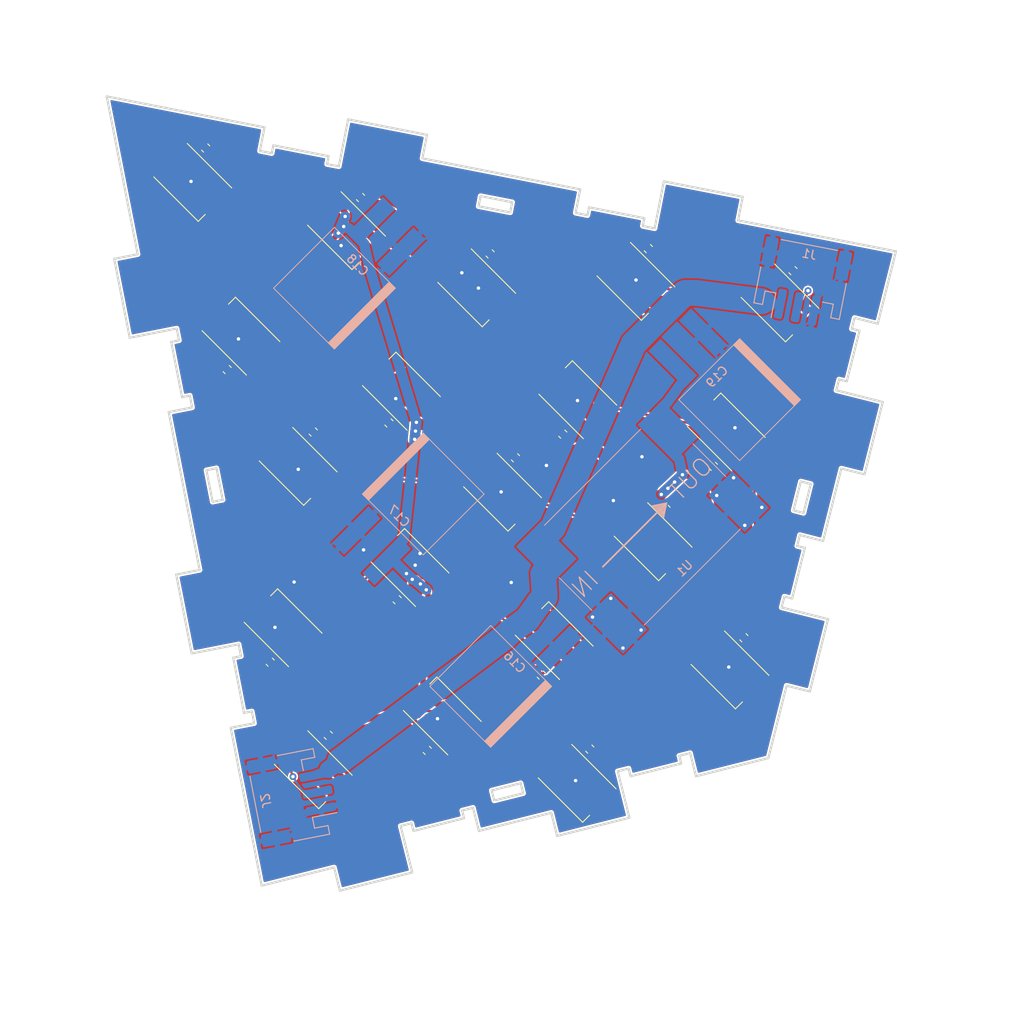
<source format=kicad_pcb>
(kicad_pcb (version 20171130) (host pcbnew 5.1.4+dfsg1-1)
  (layers (0 F.Cu signal) (31 B.Cu signal) (34 B.Paste user) (35 F.Paste user) (36 B.SilkS user) (37 F.SilkS user) (38 B.Mask user) (39 F.Mask user) (44 Edge.Cuts user))
  (net 0 "")
  (net 1 GND)
  (net 2 /sheet5DB72311/DIN)
  (net 3 /sheet5DB72312/DIN)
  (net 4 VCC)
  (net 5 DOUT)
  (net 6 DIN)
  (net 7 /sheet5DB71716/DIN)
  (net 8 /sheet5DB71767/DIN)
  (net 9 /sheet5DB71800/DIN)
  (net 10 /sheet5DB718FF/DIN)
  (net 11 /sheet5DB71B84/DIN)
  (net 12 /sheet5DB71B85/DIN)
  (net 13 /sheet5DB71B86/DIN)
  (net 14 /sheet5DB71B87/DIN)
  (net 15 /sheet5DB71B88/DIN)
  (net 16 /sheet5DB7230E/DIN)
  (net 17 /sheet5DB7230F/DIN)
  (net 18 /sheet5DB72310/DIN)
  (net 19 +24V)
  (net 20 /sheet5DBB0857/DIN)
  (net 21 /sheet5DBB211F/DIN)
  (net 22 /sheet5DBA4166/DIN)
  (net 23 /sheet5DD4437B/DIN)
  (module LED_SMD:LED_WS2812B_PLCC4_5.0x5.0mm_P3.2mm (layer F.Cu) (at 54.67 79.83 315)
    (fp_text reference D19 hide)
    (fp_text value WS2812B)
    (pad 1 smd rect (at -2.45 -1.6 315) (size 1.5 1) (layers F.Cu F.Paste F.Mask) (net 4 VCC))
    (pad 2 smd rect (at -2.45 1.6 315) (size 1.5 1) (layers F.Cu F.Paste F.Mask) (net 20 /sheet5DBB0857/DIN))
    (pad 4 smd rect (at 2.45 -1.6 315) (size 1.5 1) (layers F.Cu F.Paste F.Mask) (net 23 /sheet5DD4437B/DIN))
    (pad 3 smd rect (at 2.45 1.6 315) (size 1.5 1) (layers F.Cu F.Paste F.Mask) (net 1 GND))
  )
  (module Capacitor_SMD:C_0603_1608Metric (layer F.Cu) (at 56.14 75.85 315)
    (fp_text reference C23 hide)
    (fp_text value C)
    (pad 2 smd roundrect (at 0.7875 0 315) (size 0.875 0.95) (layers F.Cu F.Paste F.Mask) (net 1 GND))
    (pad 1 smd roundrect (at -0.7875 0 315) (size 0.875 0.95) (layers F.Cu F.Paste F.Mask) (net 4 VCC))
  )
  (module "" (layer F.Cu) (at 0 0)
    (fp_text reference otter hide)
    (fp_text value otter hide)
    (fp_line (start 48.11014 79.81442) (end 48.11014 79.81442) (layer Edge.Cuts) (width 0.254))
    (fp_line (start 44.73956 80.66278) (end 48.11014 79.81442) (layer Edge.Cuts) (width 0.254))
    (fp_line (start 45.03928 81.8261) (end 44.73956 80.66278) (layer Edge.Cuts) (width 0.254))
    (fp_line (start 48.3997 80.98028) (end 45.03928 81.8261) (layer Edge.Cuts) (width 0.254))
    (fp_line (start 48.11014 79.81442) (end 48.3997 80.98028) (layer Edge.Cuts) (width 0.254))
    (fp_line (start 80.66278 44.74972) (end 80.66278 44.74972) (layer Edge.Cuts) (width 0.254))
    (fp_line (start 79.81442 48.11014) (end 80.66278 44.74972) (layer Edge.Cuts) (width 0.254))
    (fp_line (start 80.98028 48.40986) (end 79.81442 48.11014) (layer Edge.Cuts) (width 0.254))
    (fp_line (start 81.8261 45.03928) (end 80.98028 48.40986) (layer Edge.Cuts) (width 0.254))
    (fp_line (start 80.66278 44.74972) (end 81.8261 45.03928) (layer Edge.Cuts) (width 0.254))
    (fp_line (start 12.76096 43.21302) (end 12.76096 43.21302) (layer Edge.Cuts) (width 0.254))
    (fp_line (start 11.58748 43.45178) (end 12.76096 43.21302) (layer Edge.Cuts) (width 0.254))
    (fp_line (start 12.31138 47.11192) (end 11.58748 43.45178) (layer Edge.Cuts) (width 0.254))
    (fp_line (start 13.48486 46.88332) (end 12.31138 47.11192) (layer Edge.Cuts) (width 0.254))
    (fp_line (start 12.76096 43.21302) (end 13.48486 46.88332) (layer Edge.Cuts) (width 0.254))
    (fp_line (start 43.44416 11.58748) (end 43.44416 11.58748) (layer Edge.Cuts) (width 0.254))
    (fp_line (start 43.21302 12.76858) (end 43.44416 11.58748) (layer Edge.Cuts) (width 0.254))
    (fp_line (start 46.89094 13.48486) (end 43.21302 12.76858) (layer Edge.Cuts) (width 0.254))
    (fp_line (start 47.12208 12.30122) (end 46.89094 13.48486) (layer Edge.Cuts) (width 0.254))
    (fp_line (start 43.44416 11.58748) (end 47.12208 12.30122) (layer Edge.Cuts) (width 0.254))
    (fp_line (start 0 0) (end 0 0) (layer Edge.Cuts) (width 0.254))
    (fp_line (start 18.34388 3.59664) (end 0 0) (layer Edge.Cuts) (width 0.254))
    (fp_line (start 17.8054 6.33222) (end 18.34388 3.59664) (layer Edge.Cuts) (width 0.254))
    (fp_line (start 19.18208 6.604) (end 17.8054 6.33222) (layer Edge.Cuts) (width 0.254))
    (fp_line (start 19.3675 5.68706) (end 19.18208 6.604) (layer Edge.Cuts) (width 0.254))
    (fp_line (start 25.78608 6.94944) (end 19.3675 5.68706) (layer Edge.Cuts) (width 0.254))
    (fp_line (start 25.60066 7.86638) (end 25.78608 6.94944) (layer Edge.Cuts) (width 0.254))
    (fp_line (start 26.97734 8.13054) (end 25.60066 7.86638) (layer Edge.Cuts) (width 0.254))
    (fp_line (start 28.0543 2.67208) (end 26.97734 8.13054) (layer Edge.Cuts) (width 0.254))
    (fp_line (start 37.22624 4.4704) (end 28.0543 2.67208) (layer Edge.Cuts) (width 0.254))
    (fp_line (start 36.68776 7.20344) (end 37.22624 4.4704) (layer Edge.Cuts) (width 0.254))
    (fp_line (start 55.03164 10.80262) (end 36.68776 7.20344) (layer Edge.Cuts) (width 0.254))
    (fp_line (start 54.49316 13.53566) (end 55.03164 10.80262) (layer Edge.Cuts) (width 0.254))
    (fp_line (start 55.86984 13.80998) (end 54.49316 13.53566) (layer Edge.Cuts) (width 0.254))
    (fp_line (start 56.05526 12.89304) (end 55.86984 13.80998) (layer Edge.Cuts) (width 0.254))
    (fp_line (start 62.47638 14.15288) (end 56.05526 12.89304) (layer Edge.Cuts) (width 0.254))
    (fp_line (start 62.29858 15.0622) (end 62.47638 14.15288) (layer Edge.Cuts) (width 0.254))
    (fp_line (start 63.67526 15.33652) (end 62.29858 15.0622) (layer Edge.Cuts) (width 0.254))
    (fp_line (start 64.74206 9.87552) (end 63.67526 15.33652) (layer Edge.Cuts) (width 0.254))
    (fp_line (start 73.914 11.67638) (end 64.74206 9.87552) (layer Edge.Cuts) (width 0.254))
    (fp_line (start 73.37552 14.40942) (end 73.914 11.67638) (layer Edge.Cuts) (width 0.254))
    (fp_line (start 91.72194 18.0086) (end 73.37552 14.40942) (layer Edge.Cuts) (width 0.254))
    (fp_line (start 89.60358 26.42108) (end 91.72194 18.0086) (layer Edge.Cuts) (width 0.254))
    (fp_line (start 86.9061 25.7429) (end 89.60358 26.42108) (layer Edge.Cuts) (width 0.254))
    (fp_line (start 86.5886 27.00528) (end 86.9061 25.7429) (layer Edge.Cuts) (width 0.254))
    (fp_line (start 87.48776 27.23388) (end 86.5886 27.00528) (layer Edge.Cuts) (width 0.254))
    (fp_line (start 86.00694 33.11652) (end 87.48776 27.23388) (layer Edge.Cuts) (width 0.254))
    (fp_line (start 85.10778 32.89554) (end 86.00694 33.11652) (layer Edge.Cuts) (width 0.254))
    (fp_line (start 84.79028 34.15538) (end 85.10778 32.89554) (layer Edge.Cuts) (width 0.254))
    (fp_line (start 90.18778 35.51428) (end 84.79028 34.15538) (layer Edge.Cuts) (width 0.254))
    (fp_line (start 35.51428 90.18778) (end 34.15538 84.79028) (layer Edge.Cuts) (width 0.254))
    (fp_line (start 27.1018 92.3036) (end 35.51428 90.18778) (layer Edge.Cuts) (width 0.254))
    (fp_line (start 26.42108 89.60358) (end 27.1018 92.3036) (layer Edge.Cuts) (width 0.254))
    (fp_line (start 18.0086 91.72194) (end 26.42108 89.60358) (layer Edge.Cuts) (width 0.254))
    (fp_line (start 14.40942 73.37552) (end 18.0086 91.72194) (layer Edge.Cuts) (width 0.254))
    (fp_line (start 68.48094 79.01178) (end 76.89596 76.89596) (layer Edge.Cuts) (width 0.254))
    (fp_line (start 67.80276 76.3143) (end 68.48094 79.01178) (layer Edge.Cuts) (width 0.254))
    (fp_line (start 66.54038 76.6318) (end 67.80276 76.3143) (layer Edge.Cuts) (width 0.254))
    (fp_line (start 66.77152 77.53096) (end 66.54038 76.6318) (layer Edge.Cuts) (width 0.254))
    (fp_line (start 60.87872 79.01178) (end 66.77152 77.53096) (layer Edge.Cuts) (width 0.254))
    (fp_line (start 60.65012 78.11262) (end 60.87872 79.01178) (layer Edge.Cuts) (width 0.254))
    (fp_line (start 59.39028 78.43012) (end 60.65012 78.11262) (layer Edge.Cuts) (width 0.254))
    (fp_line (start 60.74664 83.82762) (end 59.39028 78.43012) (layer Edge.Cuts) (width 0.254))
    (fp_line (start 52.34178 85.9536) (end 60.74664 83.82762) (layer Edge.Cuts) (width 0.254))
    (fp_line (start 51.6636 83.25358) (end 52.34178 85.9536) (layer Edge.Cuts) (width 0.254))
    (fp_line (start 43.24858 85.37194) (end 51.6636 83.25358) (layer Edge.Cuts) (width 0.254))
    (fp_line (start 42.5704 82.67192) (end 43.24858 85.37194) (layer Edge.Cuts) (width 0.254))
    (fp_line (start 15.6083 65.05194) (end 14.70152 65.2272) (layer Edge.Cuts) (width 0.254))
    (fp_line (start 17.13484 72.8472) (end 14.40942 73.37552) (layer Edge.Cuts) (width 0.254))
    (fp_line (start 16.87068 71.47052) (end 17.13484 72.8472) (layer Edge.Cuts) (width 0.254))
    (fp_line (start 15.95374 71.64832) (end 16.87068 71.47052) (layer Edge.Cuts) (width 0.254))
    (fp_line (start 14.70152 65.2272) (end 15.95374 71.64832) (layer Edge.Cuts) (width 0.254))
    (fp_line (start 15.33652 63.67526) (end 15.6083 65.05194) (layer Edge.Cuts) (width 0.254))
    (fp_line (start 9.6647 34.77514) (end 9.92886 36.14928) (layer Edge.Cuts) (width 0.254))
    (fp_line (start 41.30802 82.98942) (end 42.5704 82.67192) (layer Edge.Cuts) (width 0.254))
    (fp_line (start 41.529 83.88858) (end 41.30802 82.98942) (layer Edge.Cuts) (width 0.254))
    (fp_line (start 35.64636 85.37194) (end 41.529 83.88858) (layer Edge.Cuts) (width 0.254))
    (fp_line (start 35.41776 84.47278) (end 35.64636 85.37194) (layer Edge.Cuts) (width 0.254))
    (fp_line (start 34.15538 84.79028) (end 35.41776 84.47278) (layer Edge.Cuts) (width 0.254))
    (fp_line (start 7.20344 36.68776) (end 10.80262 55.03164) (layer Edge.Cuts) (width 0.254))
    (fp_line (start 8.0772 55.57012) (end 9.87552 64.74206) (layer Edge.Cuts) (width 0.254))
    (fp_line (start 9.87552 64.74206) (end 15.33652 63.67526) (layer Edge.Cuts) (width 0.254))
    (fp_line (start 9.92886 36.14928) (end 7.20344 36.68776) (layer Edge.Cuts) (width 0.254))
    (fp_line (start 8.75538 34.95802) (end 9.6647 34.77514) (layer Edge.Cuts) (width 0.254))
    (fp_line (start 10.80262 55.03164) (end 8.0772 55.57012) (layer Edge.Cuts) (width 0.254))
    (fp_line (start 0 0) (end 3.59664 18.34388) (layer Edge.Cuts) (width 0.254))
    (fp_line (start 88.06942 43.9293) (end 90.18778 35.51428) (layer Edge.Cuts) (width 0.254))
    (fp_line (start 85.37194 43.24858) (end 88.06942 43.9293) (layer Edge.Cuts) (width 0.254))
    (fp_line (start 83.25358 51.6636) (end 85.37194 43.24858) (layer Edge.Cuts) (width 0.254))
    (fp_line (start 80.5561 50.97526) (end 83.25358 51.6636) (layer Edge.Cuts) (width 0.254))
    (fp_line (start 80.2386 52.24526) (end 80.5561 50.97526) (layer Edge.Cuts) (width 0.254))
    (fp_line (start 81.13776 52.46624) (end 80.2386 52.24526) (layer Edge.Cuts) (width 0.254))
    (fp_line (start 79.65694 58.3565) (end 81.13776 52.46624) (layer Edge.Cuts) (width 0.254))
    (fp_line (start 78.75778 58.1279) (end 79.65694 58.3565) (layer Edge.Cuts) (width 0.254))
    (fp_line (start 78.43012 59.39028) (end 78.75778 58.1279) (layer Edge.Cuts) (width 0.254))
    (fp_line (start 83.82762 60.74664) (end 78.43012 59.39028) (layer Edge.Cuts) (width 0.254))
    (fp_line (start 81.7118 69.16166) (end 83.82762 60.74664) (layer Edge.Cuts) (width 0.254))
    (fp_line (start 79.01178 68.48094) (end 81.7118 69.16166) (layer Edge.Cuts) (width 0.254))
    (fp_line (start 76.89596 76.89596) (end 79.01178 68.48094) (layer Edge.Cuts) (width 0.254))
    (fp_line (start 0.87122 18.88236) (end 2.67208 28.0543) (layer Edge.Cuts) (width 0.254))
    (fp_line (start 8.13054 26.97734) (end 8.40486 28.35402) (layer Edge.Cuts) (width 0.254))
    (fp_line (start 8.40486 28.35402) (end 7.49554 28.53944) (layer Edge.Cuts) (width 0.254))
    (fp_line (start 2.67208 28.0543) (end 8.13054 26.97734) (layer Edge.Cuts) (width 0.254))
    (fp_line (start 7.49554 28.53944) (end 8.75538 34.95802) (layer Edge.Cuts) (width 0.254))
    (fp_line (start 3.59664 18.34388) (end 0.87122 18.88236) (layer Edge.Cuts) (width 0.254))
  )
  (module Capacitor_SMD:C_0603_1608Metric (layer F.Cu) (at 25.75 74.25 315)
    (fp_text reference C22 hide)
    (fp_text value C)
    (pad 1 smd roundrect (at -0.787501 0 315) (size 0.875 0.95) (layers F.Cu F.Paste F.Mask) (net 4 VCC))
    (pad 2 smd roundrect (at 0.787501 0 315) (size 0.875 0.95) (layers F.Cu F.Paste F.Mask) (net 1 GND))
  )
  (module Capacitor_SMD:C_0603_1608Metric (layer F.Cu) (at 74.05 62.91 315)
    (fp_text reference C20 hide)
    (fp_text value C)
    (pad 2 smd roundrect (at 0.787501 0 315) (size 0.875 0.95) (layers F.Cu F.Paste F.Mask) (net 1 GND))
    (pad 1 smd roundrect (at -0.787501 0 315) (size 0.875 0.95) (layers F.Cu F.Paste F.Mask) (net 4 VCC))
  )
  (module Capacitor_SMD:C_0603_1608Metric (layer F.Cu) (at 37.25 76 135)
    (fp_text reference C21 hide)
    (fp_text value C)
    (pad 1 smd roundrect (at -0.787501 0 135) (size 0.875 0.95) (layers F.Cu F.Paste F.Mask) (net 4 VCC))
    (pad 2 smd roundrect (at 0.787501 0 135) (size 0.875 0.95) (layers F.Cu F.Paste F.Mask) (net 1 GND))
  )
  (module LED_SMD:LED_WS2812B_PLCC4_5.0x5.0mm_P3.2mm (layer F.Cu) (at 72.43 66.65 315)
    (fp_text reference D16 hide)
    (fp_text value WS2812B)
    (pad 3 smd rect (at 2.45 1.6 315) (size 1.5 1) (layers F.Cu F.Paste F.Mask) (net 1 GND))
    (pad 4 smd rect (at 2.45 -1.6 315) (size 1.5 1) (layers F.Cu F.Paste F.Mask) (net 22 /sheet5DBA4166/DIN))
    (pad 2 smd rect (at -2.45 1.6 315) (size 1.5 1) (layers F.Cu F.Paste F.Mask) (net 15 /sheet5DB71B88/DIN))
    (pad 1 smd rect (at -2.45 -1.6 315) (size 1.5 1) (layers F.Cu F.Paste F.Mask) (net 4 VCC))
  )
  (module LED_SMD:LED_WS2812B_PLCC4_5.0x5.0mm_P3.2mm (layer F.Cu) (at 24 78.25 315)
    (fp_text reference D18 hide)
    (fp_text value WS2812B)
    (pad 1 smd rect (at -2.45 -1.6 315) (size 1.5 1) (layers F.Cu F.Paste F.Mask) (net 4 VCC))
    (pad 2 smd rect (at -2.45 1.6 315) (size 1.5 1) (layers F.Cu F.Paste F.Mask) (net 5 DOUT))
    (pad 4 smd rect (at 2.45 -1.6 315) (size 1.5 1) (layers F.Cu F.Paste F.Mask) (net 21 /sheet5DBB211F/DIN))
    (pad 3 smd rect (at 2.45 1.6 315) (size 1.5 1) (layers F.Cu F.Paste F.Mask) (net 1 GND))
  )
  (module LED_SMD:LED_WS2812B_PLCC4_5.0x5.0mm_P3.2mm (layer F.Cu) (at 39 72 135)
    (fp_text reference D17 hide)
    (fp_text value WS2812B)
    (pad 3 smd rect (at 2.45 1.6 135) (size 1.5 1) (layers F.Cu F.Paste F.Mask) (net 1 GND))
    (pad 4 smd rect (at 2.45 -1.6 135) (size 1.5 1) (layers F.Cu F.Paste F.Mask) (net 20 /sheet5DBB0857/DIN))
    (pad 2 smd rect (at -2.45 1.6 135) (size 1.5 1) (layers F.Cu F.Paste F.Mask) (net 21 /sheet5DBB211F/DIN))
    (pad 1 smd rect (at -2.45 -1.6 135) (size 1.5 1) (layers F.Cu F.Paste F.Mask) (net 4 VCC))
  )
  (module otter:LM2596-DC-DC (layer B.Cu) (at 62.2598 50.0577 45)
    (fp_text reference U1 (at 0.069201 6.846518 45) (layer B.SilkS) (effects (justify mirror)))
    (fp_text value TPS-DC-DC)
    (fp_text user IN (at -9.4 0 45) (layer B.SilkS) (effects (font (size 2 2)) (justify mirror)))
    (fp_text user OUT (at 7.95 0 45) (layer B.SilkS) (effects (font (size 2 2)) (justify mirror)))
    (pad 1 smd rect (at -10 -5.8 45) (size 4 6) (layers B.Cu B.Paste B.Mask) (net 19 +24V))
    (pad 2 smd rect (at -10 5.8 45) (size 4 6) (layers B.Cu B.Paste B.Mask) (net 1 GND))
    (pad 4 smd rect (at 10 -5.8 45) (size 4 6) (layers B.Cu B.Paste B.Mask) (net 4 VCC))
    (pad 3 smd rect (at 10 5.8 45) (size 4 6) (layers B.Cu B.Paste B.Mask) (net 1 GND))
  )
  (module otter:C-THT-as-SMD (layer B.Cu) (at 70.02 31.71 225)
    (fp_text reference C19 (at -0.028284 -1.25865 225) (layer B.SilkS) (effects (justify mirror)))
    (fp_text value CP)
    (pad 1 smd rect (at 2.5 3.5 225) (size 2 6) (layers B.Cu B.Paste B.Mask) (net 4 VCC))
    (pad 2 smd rect (at -2.5 3.5 225) (size 2 6) (layers B.Cu B.Paste B.Mask) (net 1 GND))
  )
  (module otter:C-THT-as-SMD (layer B.Cu) (at 48.16 65.03 135)
    (fp_text reference C16 (at 0.028284 -1.046518 135) (layer B.SilkS) (effects (justify mirror)))
    (fp_text value CP)
    (pad 1 smd rect (at 2.5 3.5 135) (size 2 6) (layers B.Cu B.Paste B.Mask) (net 19 +24V))
    (pad 2 smd rect (at -2.5 3.5 135) (size 2 6) (layers B.Cu B.Paste B.Mask) (net 1 GND))
  )
  (module otter:C-THT-as-SMD (layer B.Cu) (at 33.25 49.75 315)
    (fp_text reference C17 (at -0.176777 -1.166726 315) (layer B.SilkS) (effects (justify mirror)))
    (fp_text value CP)
    (pad 1 smd rect (at 2.5 3.5 315) (size 2 6) (layers B.Cu B.Paste B.Mask) (net 4 VCC))
    (pad 2 smd rect (at -2.5 3.5 315) (size 2 6) (layers B.Cu B.Paste B.Mask) (net 1 GND))
  )
  (module otter:C-THT-as-SMD (layer B.Cu) (at 30 18.75 135)
    (fp_text reference C18 (at 0 -1.202082 135) (layer B.SilkS) (effects (justify mirror)))
    (fp_text value CP)
    (pad 1 smd rect (at 2.5 3.5 135) (size 2 6) (layers B.Cu B.Paste B.Mask) (net 4 VCC))
    (pad 2 smd rect (at -2.5 3.5 135) (size 2 6) (layers B.Cu B.Paste B.Mask) (net 1 GND))
  )
  (module Connector_JST:JST_PH_S3B-PH-SM4-TB_1x03-1MP_P2.00mm_Horizontal (layer B.Cu) (at 80.8 21.7 349)
    (fp_text reference J1 (at 0.195173 -3.450639 349) (layer B.SilkS) (effects (justify mirror)))
    (fp_text value IN)
    (pad MP smd roundrect (at 4.35 -2.9 349) (size 1.5 3.4) (layers B.Cu B.Paste B.Mask) (roundrect_rratio 0.166667) (net 1 GND))
    (pad MP smd roundrect (at -4.35 -2.9 349) (size 1.5 3.4) (layers B.Cu B.Paste B.Mask) (roundrect_rratio 0.166667) (net 1 GND))
    (pad 3 smd roundrect (at 2 2.849999 349) (size 1 3.5) (layers B.Cu B.Paste B.Mask) (net 1 GND))
    (pad 2 smd roundrect (at 0 2.85 349) (size 1 3.5) (layers B.Cu B.Paste B.Mask) (net 6 DIN))
    (pad 1 smd roundrect (at -2 2.85 349) (size 1 3.5) (layers B.Cu B.Paste B.Mask) (net 19 +24V))
  )
  (module Connector_JST:JST_PH_S3B-PH-SM4-TB_1x03-1MP_P2.00mm_Horizontal (layer B.Cu) (at 21.7 81.4 101)
    (fp_text reference J2 (at 0.178397 -3.276152 101) (layer B.SilkS) (effects (justify mirror)))
    (fp_text value IN)
    (pad 1 smd roundrect (at -2 2.849999 101) (size 1 3.5) (layers B.Cu B.Paste B.Mask) (net 1 GND))
    (pad 2 smd roundrect (at 0 2.85 101) (size 1 3.5) (layers B.Cu B.Paste B.Mask) (net 5 DOUT))
    (pad 3 smd roundrect (at 2 2.85 101) (size 1 3.5) (layers B.Cu B.Paste B.Mask) (net 19 +24V))
    (pad MP smd roundrect (at -4.35 -2.9 101) (size 1.5 3.4) (layers B.Cu B.Paste B.Mask) (roundrect_rratio 0.166667) (net 1 GND))
    (pad MP smd roundrect (at 4.35 -2.9 101) (size 1.5 3.4) (layers B.Cu B.Paste B.Mask) (roundrect_rratio 0.166667) (net 1 GND))
  )
  (module Capacitor_SMD:C_0603_1608Metric (layer F.Cu) (at 62.9432 17.6932 315)
    (fp_text reference C2 hide)
    (fp_text value C)
    (pad 1 smd roundrect (at -0.787501 0 315) (size 0.875 0.95) (layers F.Cu F.Paste F.Mask) (net 4 VCC))
    (pad 2 smd roundrect (at 0.787501 0 315) (size 0.875 0.95) (layers F.Cu F.Paste F.Mask) (net 1 GND))
  )
  (module Capacitor_SMD:C_0603_1608Metric (layer F.Cu) (at 33.75 58.5 135)
    (fp_text reference C14 hide)
    (fp_text value C)
    (pad 2 smd roundrect (at 0.787501 0 135) (size 0.875 0.95) (layers F.Cu F.Paste F.Mask) (net 1 GND))
    (pad 1 smd roundrect (at -0.787501 0 135) (size 0.875 0.95) (layers F.Cu F.Paste F.Mask) (net 4 VCC))
  )
  (module Capacitor_SMD:C_0603_1608Metric (layer F.Cu) (at 19 65.75 135)
    (fp_text reference C13 hide)
    (fp_text value C)
    (pad 1 smd roundrect (at -0.787501 0 135) (size 0.875 0.95) (layers F.Cu F.Paste F.Mask) (net 4 VCC))
    (pad 2 smd roundrect (at 0.787501 0 135) (size 0.875 0.95) (layers F.Cu F.Paste F.Mask) (net 1 GND))
  )
  (module Capacitor_SMD:C_0603_1608Metric (layer F.Cu) (at 24 39 315)
    (fp_text reference C12 hide)
    (fp_text value C)
    (pad 2 smd roundrect (at 0.787501 0 315) (size 0.875 0.95) (layers F.Cu F.Paste F.Mask) (net 1 GND))
    (pad 1 smd roundrect (at -0.787501 0 315) (size 0.875 0.95) (layers F.Cu F.Paste F.Mask) (net 4 VCC))
  )
  (module Capacitor_SMD:C_0603_1608Metric (layer F.Cu) (at 47.5 42 315)
    (fp_text reference C11 hide)
    (fp_text value C)
    (pad 1 smd roundrect (at -0.787501 0 315) (size 0.875 0.95) (layers F.Cu F.Paste F.Mask) (net 4 VCC))
    (pad 2 smd roundrect (at 0.787501 0 315) (size 0.875 0.95) (layers F.Cu F.Paste F.Mask) (net 1 GND))
  )
  (module Capacitor_SMD:C_0603_1608Metric (layer F.Cu) (at 65 48 315)
    (fp_text reference C10 hide)
    (fp_text value C)
    (pad 2 smd roundrect (at 0.787501 0 315) (size 0.875 0.95) (layers F.Cu F.Paste F.Mask) (net 1 GND))
    (pad 1 smd roundrect (at -0.787501 0 315) (size 0.875 0.95) (layers F.Cu F.Paste F.Mask) (net 4 VCC))
  )
  (module Capacitor_SMD:C_0603_1608Metric (layer F.Cu) (at 70.5 43 135)
    (fp_text reference C9 hide)
    (fp_text value C)
    (pad 1 smd roundrect (at -0.787501 0 135) (size 0.875 0.95) (layers F.Cu F.Paste F.Mask) (net 4 VCC))
    (pad 2 smd roundrect (at 0.787501 0 135) (size 0.875 0.95) (layers F.Cu F.Paste F.Mask) (net 1 GND))
  )
  (module Capacitor_SMD:C_0603_1608Metric (layer F.Cu) (at 53 39.25 135)
    (fp_text reference C8 hide)
    (fp_text value C)
    (pad 2 smd roundrect (at 0.787501 0 135) (size 0.875 0.95) (layers F.Cu F.Paste F.Mask) (net 1 GND))
    (pad 1 smd roundrect (at -0.787501 0 135) (size 0.875 0.95) (layers F.Cu F.Paste F.Mask) (net 4 VCC))
  )
  (module Capacitor_SMD:C_0603_1608Metric (layer F.Cu) (at 32.8 37.95 135)
    (fp_text reference C7 hide)
    (fp_text value C)
    (pad 1 smd roundrect (at -0.787501 0 135) (size 0.875 0.95) (layers F.Cu F.Paste F.Mask) (net 4 VCC))
    (pad 2 smd roundrect (at 0.787501 0 135) (size 0.875 0.95) (layers F.Cu F.Paste F.Mask) (net 1 GND))
  )
  (module Capacitor_SMD:C_0603_1608Metric (layer F.Cu) (at 14 31.75 135)
    (fp_text reference C6 hide)
    (fp_text value C)
    (pad 2 smd roundrect (at 0.787501 0 135) (size 0.875 0.95) (layers F.Cu F.Paste F.Mask) (net 1 GND))
    (pad 1 smd roundrect (at -0.787501 0 135) (size 0.875 0.95) (layers F.Cu F.Paste F.Mask) (net 4 VCC))
  )
  (module Capacitor_SMD:C_0603_1608Metric (layer F.Cu) (at 11.5 6 315)
    (fp_text reference C5 hide)
    (fp_text value C)
    (pad 1 smd roundrect (at -0.787501 0 315) (size 0.875 0.95) (layers F.Cu F.Paste F.Mask) (net 4 VCC))
    (pad 2 smd roundrect (at 0.787501 0 315) (size 0.875 0.95) (layers F.Cu F.Paste F.Mask) (net 1 GND))
  )
  (module Capacitor_SMD:C_0603_1608Metric (layer F.Cu) (at 29.5 11.75 315)
    (fp_text reference C4 hide)
    (fp_text value C)
    (pad 2 smd roundrect (at 0.787501 0 315) (size 0.875 0.95) (layers F.Cu F.Paste F.Mask) (net 1 GND))
    (pad 1 smd roundrect (at -0.787501 0 315) (size 0.875 0.95) (layers F.Cu F.Paste F.Mask) (net 4 VCC))
  )
  (module Capacitor_SMD:C_0603_1608Metric (layer F.Cu) (at 44.5568 18.3068 315)
    (fp_text reference C3 hide)
    (fp_text value C)
    (pad 1 smd roundrect (at -0.787501 0 315) (size 0.875 0.95) (layers F.Cu F.Paste F.Mask) (net 4 VCC))
    (pad 2 smd roundrect (at 0.787501 0 315) (size 0.875 0.95) (layers F.Cu F.Paste F.Mask) (net 1 GND))
  )
  (module Capacitor_SMD:C_0603_1608Metric (layer F.Cu) (at 50.5 67.25 135)
    (fp_text reference C15 hide)
    (fp_text value C)
    (pad 2 smd roundrect (at 0.787501 0 135) (size 0.875 0.95) (layers F.Cu F.Paste F.Mask) (net 1 GND))
    (pad 1 smd roundrect (at -0.787501 0 135) (size 0.875 0.95) (layers F.Cu F.Paste F.Mask) (net 4 VCC))
  )
  (module Capacitor_SMD:C_0603_1608Metric (layer F.Cu) (at 79.75 20.25 315)
    (fp_text reference C1 hide)
    (fp_text value C)
    (pad 1 smd roundrect (at -0.787501 0 315) (size 0.875 0.95) (layers F.Cu F.Paste F.Mask) (net 4 VCC))
    (pad 2 smd roundrect (at 0.787501 0 315) (size 0.875 0.95) (layers F.Cu F.Paste F.Mask) (net 1 GND))
  )
  (module LED_SMD:LED_WS2812B_PLCC4_5.0x5.0mm_P3.2mm (layer F.Cu) (at 20.5 61.75 135)
    (fp_text reference D13 hide)
    (fp_text value WS2812B)
    (pad 3 smd rect (at 2.45 1.6 135) (size 1.5 1) (layers F.Cu F.Paste F.Mask) (net 1 GND))
    (pad 4 smd rect (at 2.45 -1.6 135) (size 1.5 1) (layers F.Cu F.Paste F.Mask) (net 18 /sheet5DB72310/DIN))
    (pad 2 smd rect (at -2.45 1.6 135) (size 1.5 1) (layers F.Cu F.Paste F.Mask) (net 2 /sheet5DB72311/DIN))
    (pad 1 smd rect (at -2.45 -1.6 135) (size 1.5 1) (layers F.Cu F.Paste F.Mask) (net 4 VCC))
  )
  (module LED_SMD:LED_WS2812B_PLCC4_5.0x5.0mm_P3.2mm (layer F.Cu) (at 22.25 43 315)
    (fp_text reference D12 hide)
    (fp_text value WS2812B)
    (pad 1 smd rect (at -2.45 -1.6 315) (size 1.5 1) (layers F.Cu F.Paste F.Mask) (net 4 VCC))
    (pad 2 smd rect (at -2.45 1.6 315) (size 1.5 1) (layers F.Cu F.Paste F.Mask) (net 18 /sheet5DB72310/DIN))
    (pad 4 smd rect (at 2.45 -1.6 315) (size 1.5 1) (layers F.Cu F.Paste F.Mask) (net 17 /sheet5DB7230F/DIN))
    (pad 3 smd rect (at 2.45 1.6 315) (size 1.5 1) (layers F.Cu F.Paste F.Mask) (net 1 GND))
  )
  (module LED_SMD:LED_WS2812B_PLCC4_5.0x5.0mm_P3.2mm (layer F.Cu) (at 46 46 315)
    (fp_text reference D11 hide)
    (fp_text value WS2812B)
    (pad 3 smd rect (at 2.45 1.6 315) (size 1.5 1) (layers F.Cu F.Paste F.Mask) (net 1 GND))
    (pad 4 smd rect (at 2.45 -1.6 315) (size 1.5 1) (layers F.Cu F.Paste F.Mask) (net 16 /sheet5DB7230E/DIN))
    (pad 2 smd rect (at -2.45 1.6 315) (size 1.5 1) (layers F.Cu F.Paste F.Mask) (net 17 /sheet5DB7230F/DIN))
    (pad 1 smd rect (at -2.45 -1.6 315) (size 1.5 1) (layers F.Cu F.Paste F.Mask) (net 4 VCC))
  )
  (module LED_SMD:LED_WS2812B_PLCC4_5.0x5.0mm_P3.2mm (layer F.Cu) (at 63.5 51.75 315)
    (fp_text reference D10 hide)
    (fp_text value WS2812B)
    (pad 1 smd rect (at -2.45 -1.6 315) (size 1.5 1) (layers F.Cu F.Paste F.Mask) (net 4 VCC))
    (pad 2 smd rect (at -2.45 1.6 315) (size 1.5 1) (layers F.Cu F.Paste F.Mask) (net 16 /sheet5DB7230E/DIN))
    (pad 4 smd rect (at 2.45 -1.6 315) (size 1.5 1) (layers F.Cu F.Paste F.Mask) (net 15 /sheet5DB71B88/DIN))
    (pad 3 smd rect (at 2.45 1.6 315) (size 1.5 1) (layers F.Cu F.Paste F.Mask) (net 1 GND))
  )
  (module LED_SMD:LED_WS2812B_PLCC4_5.0x5.0mm_P3.2mm (layer F.Cu) (at 72 39 135)
    (fp_text reference D9 hide)
    (fp_text value WS2812B)
    (pad 3 smd rect (at 2.45 1.6 135) (size 1.5 1) (layers F.Cu F.Paste F.Mask) (net 1 GND))
    (pad 4 smd rect (at 2.45 -1.6 135) (size 1.5 1) (layers F.Cu F.Paste F.Mask) (net 14 /sheet5DB71B87/DIN))
    (pad 2 smd rect (at -2.45 1.6 135) (size 1.5 1) (layers F.Cu F.Paste F.Mask) (net 22 /sheet5DBA4166/DIN))
    (pad 1 smd rect (at -2.45 -1.6 135) (size 1.5 1) (layers F.Cu F.Paste F.Mask) (net 4 VCC))
  )
  (module LED_SMD:LED_WS2812B_PLCC4_5.0x5.0mm_P3.2mm (layer F.Cu) (at 54.75 35.25 135)
    (fp_text reference D8 hide)
    (fp_text value WS2812B)
    (pad 1 smd rect (at -2.45 -1.6 135) (size 1.5 1) (layers F.Cu F.Paste F.Mask) (net 4 VCC))
    (pad 2 smd rect (at -2.45 1.6 135) (size 1.5 1) (layers F.Cu F.Paste F.Mask) (net 14 /sheet5DB71B87/DIN))
    (pad 4 smd rect (at 2.45 -1.6 135) (size 1.5 1) (layers F.Cu F.Paste F.Mask) (net 13 /sheet5DB71B86/DIN))
    (pad 3 smd rect (at 2.45 1.6 135) (size 1.5 1) (layers F.Cu F.Paste F.Mask) (net 1 GND))
  )
  (module LED_SMD:LED_WS2812B_PLCC4_5.0x5.0mm_P3.2mm (layer F.Cu) (at 34.25 34.25 135)
    (fp_text reference D7 hide)
    (fp_text value WS2812B)
    (pad 3 smd rect (at 2.45 1.6 135) (size 1.5 1) (layers F.Cu F.Paste F.Mask) (net 1 GND))
    (pad 4 smd rect (at 2.45 -1.6 135) (size 1.5 1) (layers F.Cu F.Paste F.Mask) (net 12 /sheet5DB71B85/DIN))
    (pad 2 smd rect (at -2.45 1.6 135) (size 1.5 1) (layers F.Cu F.Paste F.Mask) (net 13 /sheet5DB71B86/DIN))
    (pad 1 smd rect (at -2.45 -1.6 135) (size 1.5 1) (layers F.Cu F.Paste F.Mask) (net 4 VCC))
  )
  (module LED_SMD:LED_WS2812B_PLCC4_5.0x5.0mm_P3.2mm (layer F.Cu) (at 15.601 27.8638 135)
    (fp_text reference D6 hide)
    (fp_text value WS2812B)
    (pad 1 smd rect (at -2.45 -1.6 135) (size 1.5 1) (layers F.Cu F.Paste F.Mask) (net 4 VCC))
    (pad 2 smd rect (at -2.45 1.6 135) (size 1.5 1) (layers F.Cu F.Paste F.Mask) (net 12 /sheet5DB71B85/DIN))
    (pad 4 smd rect (at 2.45 -1.6 135) (size 1.5 1) (layers F.Cu F.Paste F.Mask) (net 11 /sheet5DB71B84/DIN))
    (pad 3 smd rect (at 2.45 1.6 135) (size 1.5 1) (layers F.Cu F.Paste F.Mask) (net 1 GND))
  )
  (module LED_SMD:LED_WS2812B_PLCC4_5.0x5.0mm_P3.2mm (layer F.Cu) (at 10 10 315)
    (fp_text reference D5 hide)
    (fp_text value WS2812B)
    (pad 3 smd rect (at 2.45 1.6 315) (size 1.5 1) (layers F.Cu F.Paste F.Mask) (net 1 GND))
    (pad 4 smd rect (at 2.45 -1.6 315) (size 1.5 1) (layers F.Cu F.Paste F.Mask) (net 10 /sheet5DB718FF/DIN))
    (pad 2 smd rect (at -2.45 1.6 315) (size 1.5 1) (layers F.Cu F.Paste F.Mask) (net 11 /sheet5DB71B84/DIN))
    (pad 1 smd rect (at -2.45 -1.6 315) (size 1.5 1) (layers F.Cu F.Paste F.Mask) (net 4 VCC))
  )
  (module LED_SMD:LED_WS2812B_PLCC4_5.0x5.0mm_P3.2mm (layer F.Cu) (at 27.8638 15.601 315)
    (fp_text reference D4 hide)
    (fp_text value WS2812B)
    (pad 1 smd rect (at -2.45 -1.6 315) (size 1.5 1) (layers F.Cu F.Paste F.Mask) (net 4 VCC))
    (pad 2 smd rect (at -2.45 1.6 315) (size 1.5 1) (layers F.Cu F.Paste F.Mask) (net 10 /sheet5DB718FF/DIN))
    (pad 4 smd rect (at 2.45 -1.6 315) (size 1.5 1) (layers F.Cu F.Paste F.Mask) (net 9 /sheet5DB71800/DIN))
    (pad 3 smd rect (at 2.45 1.6 315) (size 1.5 1) (layers F.Cu F.Paste F.Mask) (net 1 GND))
  )
  (module LED_SMD:LED_WS2812B_PLCC4_5.0x5.0mm_P3.2mm (layer F.Cu) (at 43 22.25 315)
    (fp_text reference D3 hide)
    (fp_text value WS2812B)
    (pad 3 smd rect (at 2.45 1.6 315) (size 1.5 1) (layers F.Cu F.Paste F.Mask) (net 1 GND))
    (pad 4 smd rect (at 2.45 -1.6 315) (size 1.5 1) (layers F.Cu F.Paste F.Mask) (net 8 /sheet5DB71767/DIN))
    (pad 2 smd rect (at -2.45 1.6 315) (size 1.5 1) (layers F.Cu F.Paste F.Mask) (net 9 /sheet5DB71800/DIN))
    (pad 1 smd rect (at -2.45 -1.6 315) (size 1.5 1) (layers F.Cu F.Paste F.Mask) (net 4 VCC))
  )
  (module LED_SMD:LED_WS2812B_PLCC4_5.0x5.0mm_P3.2mm (layer F.Cu) (at 61.5 21.5 315)
    (fp_text reference D2 hide)
    (fp_text value WS2812B)
    (pad 1 smd rect (at -2.45 -1.6 315) (size 1.5 1) (layers F.Cu F.Paste F.Mask) (net 4 VCC))
    (pad 2 smd rect (at -2.45 1.6 315) (size 1.5 1) (layers F.Cu F.Paste F.Mask) (net 8 /sheet5DB71767/DIN))
    (pad 4 smd rect (at 2.45 -1.6 315) (size 1.5 1) (layers F.Cu F.Paste F.Mask) (net 7 /sheet5DB71716/DIN))
    (pad 3 smd rect (at 2.45 1.6 315) (size 1.5 1) (layers F.Cu F.Paste F.Mask) (net 1 GND))
  )
  (module LED_SMD:LED_WS2812B_PLCC4_5.0x5.0mm_P3.2mm (layer F.Cu) (at 78.25 24 315)
    (fp_text reference D1 hide)
    (fp_text value WS2812B)
    (pad 3 smd rect (at 2.45 1.6 315) (size 1.5 1) (layers F.Cu F.Paste F.Mask) (net 1 GND))
    (pad 4 smd rect (at 2.45 -1.6 315) (size 1.5 1) (layers F.Cu F.Paste F.Mask) (net 6 DIN))
    (pad 2 smd rect (at -2.45 1.6 315) (size 1.5 1) (layers F.Cu F.Paste F.Mask) (net 7 /sheet5DB71716/DIN))
    (pad 1 smd rect (at -2.45 -1.6 315) (size 1.5 1) (layers F.Cu F.Paste F.Mask) (net 4 VCC))
  )
  (module LED_SMD:LED_WS2812B_PLCC4_5.0x5.0mm_P3.2mm (layer F.Cu) (at 52 63.25 135)
    (fp_text reference D15 hide)
    (fp_text value WS2812B)
    (pad 1 smd rect (at -2.45 -1.6 135) (size 1.5 1) (layers F.Cu F.Paste F.Mask) (net 4 VCC))
    (pad 2 smd rect (at -2.45 1.6 135) (size 1.5 1) (layers F.Cu F.Paste F.Mask) (net 23 /sheet5DD4437B/DIN))
    (pad 4 smd rect (at 2.45 -1.6 135) (size 1.5 1) (layers F.Cu F.Paste F.Mask) (net 3 /sheet5DB72312/DIN))
    (pad 3 smd rect (at 2.45 1.6 135) (size 1.5 1) (layers F.Cu F.Paste F.Mask) (net 1 GND))
  )
  (module LED_SMD:LED_WS2812B_PLCC4_5.0x5.0mm_P3.2mm (layer F.Cu) (at 35.25 54.75 135)
    (fp_text reference D14 hide)
    (fp_text value WS2812B)
    (pad 3 smd rect (at 2.45 1.6 135) (size 1.5 1) (layers F.Cu F.Paste F.Mask) (net 1 GND))
    (pad 4 smd rect (at 2.45 -1.6 135) (size 1.5 1) (layers F.Cu F.Paste F.Mask) (net 2 /sheet5DB72311/DIN))
    (pad 2 smd rect (at -2.45 1.6 135) (size 1.5 1) (layers F.Cu F.Paste F.Mask) (net 3 /sheet5DB72312/DIN))
    (pad 1 smd rect (at -2.45 -1.6 135) (size 1.5 1) (layers F.Cu F.Paste F.Mask) (net 4 VCC))
  )
  (via (at 62.1 62.02) (size 0.8) (drill 0.4) (layers F.Cu B.Cu) (net 1))
  (via (at 59.99 64.11) (size 0.8) (drill 0.4) (layers F.Cu B.Cu) (net 1))
  (via (at 58.58 58.34) (size 0.8) (drill 0.4) (layers F.Cu B.Cu) (net 1))
  (via (at 56.46 60.51) (size 0.8) (drill 0.4) (layers F.Cu B.Cu) (net 1))
  (via (at 74.15 49.85) (size 0.8) (drill 0.4) (layers F.Cu B.Cu) (net 1))
  (via (at 76.13 47.76) (size 0.8) (drill 0.4) (layers F.Cu B.Cu) (net 1))
  (via (at 70.89 46.38) (size 0.8) (drill 0.4) (layers F.Cu B.Cu) (net 1))
  (segment (start 78.851 26.8638) (end 78.144 26.687) (width 0.25) (layer F.Cu) (net 1))
  (segment (start 78.144 26.687) (end 78.0556 26.7754) (width 0.25) (layer F.Cu) (net 1))
  (segment (start 78.0556 26.7754) (end 78.0188 26.8119) (width 0.25) (layer F.Cu) (net 1))
  (segment (start 78.0188 26.8119) (end 71.5697 30.1588) (width 0.25) (layer F.Cu) (net 1))
  (segment (start 15 25) (end 15.1768 25.707) (width 0.25) (layer F.Cu) (net 1))
  (segment (start 15.1768 25.707) (end 15.0884 25.7954) (width 0.25) (layer F.Cu) (net 1))
  (segment (start 15.0884 25.7954) (end 15.0519 25.8322) (width 0.25) (layer F.Cu) (net 1))
  (segment (start 15.0519 25.8322) (end 13.5445 30.6508) (width 0.25) (layer F.Cu) (net 1))
  (segment (start 13.5445 30.6508) (end 13.5445 30.6518) (width 0.25) (layer F.Cu) (net 1))
  (segment (start 13.5445 30.6518) (end 13.4432 31.1932) (width 0.25) (layer F.Cu) (net 1))
  (segment (start 49.9432 66.6932) (end 50.4467 66.5261) (width 0.25) (layer F.Cu) (net 1))
  (segment (start 50.4467 66.5261) (end 50.4536 66.5193) (width 0.25) (layer F.Cu) (net 1))
  (segment (start 50.4536 66.5193) (end 52.2481 64.8048) (width 0.25) (layer F.Cu) (net 1))
  (segment (start 52.2481 64.8048) (end 52.336 64.747) (width 0.25) (layer F.Cu) (net 1))
  (segment (start 28.4648 18.4648) (end 28.6416 19.1718) (width 0.25) (layer F.Cu) (net 1))
  (segment (start 28.6416 19.1718) (end 28.73 19.2602) (width 0.25) (layer F.Cu) (net 1))
  (segment (start 28.73 19.2602) (end 28.7665 19.297) (width 0.25) (layer F.Cu) (net 1))
  (segment (start 28.7665 19.297) (end 34.9924 26.5296) (width 0.25) (layer F.Cu) (net 1))
  (segment (start 13.4432 31.1932) (end 13.4166 31.7479) (width 0.25) (layer F.Cu) (net 1))
  (segment (start 13.4166 31.7479) (end 13.4166 31.7559) (width 0.25) (layer F.Cu) (net 1))
  (segment (start 13.4166 31.7559) (end 13.5838 32.5663) (width 0.25) (layer F.Cu) (net 1))
  (segment (start 13.5838 32.5663) (end 13.5968 32.6022) (width 0.25) (layer F.Cu) (net 1))
  (segment (start 13.5968 32.6022) (end 13.6063 32.6188) (width 0.25) (layer F.Cu) (net 1))
  (segment (start 13.6063 32.6188) (end 13.6159 32.6354) (width 0.25) (layer F.Cu) (net 1))
  (segment (start 13.6159 32.6354) (end 13.6405 32.6646) (width 0.25) (layer F.Cu) (net 1))
  (segment (start 13.6405 32.6646) (end 20.34 40.1355) (width 0.25) (layer F.Cu) (net 1))
  (segment (start 20.34 40.1355) (end 21.4007 41.1962) (width 0.25) (layer F.Cu) (net 1))
  (segment (start 21.4007 41.1962) (end 21.6497 41.4452) (width 0.25) (layer F.Cu) (net 1))
  (segment (start 21.6497 41.4452) (end 21.9504 41.5176) (width 0.25) (layer F.Cu) (net 1))
  (segment (start 18.4432 65.1932) (end 18.4166 65.7479) (width 0.25) (layer F.Cu) (net 1))
  (segment (start 18.4166 65.7479) (end 18.4166 65.7559) (width 0.25) (layer F.Cu) (net 1))
  (segment (start 18.4166 65.7559) (end 18.5838 66.5663) (width 0.25) (layer F.Cu) (net 1))
  (segment (start 18.5838 66.5663) (end 18.5968 66.6022) (width 0.25) (layer F.Cu) (net 1))
  (segment (start 18.5968 66.6022) (end 22.09 75.3855) (width 0.25) (layer F.Cu) (net 1))
  (segment (start 22.09 75.3855) (end 23.1507 76.4462) (width 0.25) (layer F.Cu) (net 1))
  (segment (start 23.1507 76.4462) (end 23.3997 76.6952) (width 0.25) (layer F.Cu) (net 1))
  (segment (start 23.3997 76.6952) (end 23.6817 76.7548) (width 0.25) (layer F.Cu) (net 1))
  (segment (start 73.031 69.5138) (end 72.8542 68.8068) (width 0.25) (layer F.Cu) (net 1))
  (segment (start 72.8542 68.8068) (end 72.9426 68.7184) (width 0.25) (layer F.Cu) (net 1))
  (segment (start 72.9426 68.7184) (end 72.9791 68.6816) (width 0.25) (layer F.Cu) (net 1))
  (segment (start 72.9791 68.6816) (end 74.5054 64.0091) (width 0.25) (layer F.Cu) (net 1))
  (segment (start 74.5054 64.0091) (end 74.5054 64.0082) (width 0.25) (layer F.Cu) (net 1))
  (segment (start 74.5054 64.0082) (end 74.6068 63.4668) (width 0.25) (layer F.Cu) (net 1))
  (segment (start 43.601 25.1138) (end 43.4242 24.4068) (width 0.25) (layer F.Cu) (net 1))
  (segment (start 43.4242 24.4068) (end 43.5126 24.3184) (width 0.25) (layer F.Cu) (net 1))
  (segment (start 43.5126 24.3184) (end 43.5491 24.2816) (width 0.25) (layer F.Cu) (net 1))
  (segment (start 43.5491 24.2816) (end 45.0122 19.4059) (width 0.25) (layer F.Cu) (net 1))
  (segment (start 45.0122 19.4059) (end 45.0122 19.405) (width 0.25) (layer F.Cu) (net 1))
  (segment (start 45.0122 19.405) (end 45.1136 18.8636) (width 0.25) (layer F.Cu) (net 1))
  (segment (start 24.5568 39.5568) (end 24.0533 39.7239) (width 0.25) (layer F.Cu) (net 1))
  (segment (start 24.0533 39.7239) (end 24.0464 39.7307) (width 0.25) (layer F.Cu) (net 1))
  (segment (start 24.0464 39.7307) (end 21.9504 41.5176) (width 0.25) (layer F.Cu) (net 1))
  (segment (start 43.601 25.1138) (end 42.894 24.937) (width 0.25) (layer F.Cu) (net 1))
  (segment (start 42.894 24.937) (end 42.8056 25.0254) (width 0.25) (layer F.Cu) (net 1))
  (segment (start 42.8056 25.0254) (end 42.7688 25.0619) (width 0.25) (layer F.Cu) (net 1))
  (segment (start 42.7688 25.0619) (end 34.9924 26.5296) (width 0.25) (layer F.Cu) (net 1))
  (segment (start 30.0568 12.3068) (end 29.9554 12.8482) (width 0.25) (layer F.Cu) (net 1))
  (segment (start 29.9554 12.8482) (end 29.9554 12.8491) (width 0.25) (layer F.Cu) (net 1))
  (segment (start 29.9554 12.8491) (end 28.1631 17.5292) (width 0.25) (layer F.Cu) (net 1))
  (segment (start 28.1631 17.5292) (end 28.1631 17.6326) (width 0.25) (layer F.Cu) (net 1))
  (segment (start 28.1631 17.6326) (end 28.1996 17.6694) (width 0.25) (layer F.Cu) (net 1))
  (segment (start 28.1996 17.6694) (end 28.288 17.7578) (width 0.25) (layer F.Cu) (net 1))
  (segment (start 28.288 17.7578) (end 28.4648 18.4648) (width 0.25) (layer F.Cu) (net 1))
  (segment (start 64.101 54.6138) (end 64.2778 55.3208) (width 0.25) (layer F.Cu) (net 1))
  (segment (start 64.2778 55.3208) (end 64.3662 55.4092) (width 0.25) (layer F.Cu) (net 1))
  (segment (start 64.3662 55.4092) (end 64.4027 55.446) (width 0.25) (layer F.Cu) (net 1))
  (segment (start 64.4027 55.446) (end 68.2572 66.0483) (width 0.25) (layer F.Cu) (net 1))
  (segment (start 68.2572 66.0483) (end 69.3179 67.109) (width 0.25) (layer F.Cu) (net 1))
  (segment (start 69.3179 67.109) (end 69.5669 67.358) (width 0.25) (layer F.Cu) (net 1))
  (segment (start 69.5669 67.358) (end 72.1988 69.2121) (width 0.25) (layer F.Cu) (net 1))
  (segment (start 72.1988 69.2121) (end 72.2356 69.2486) (width 0.25) (layer F.Cu) (net 1))
  (segment (start 72.2356 69.2486) (end 72.324 69.337) (width 0.25) (layer F.Cu) (net 1))
  (segment (start 72.324 69.337) (end 73.031 69.5138) (width 0.25) (layer F.Cu) (net 1))
  (segment (start 33.649 31.3862) (end 33.4722 30.6792) (width 0.25) (layer F.Cu) (net 1))
  (segment (start 33.4722 30.6792) (end 33.5606 30.5908) (width 0.25) (layer F.Cu) (net 1))
  (segment (start 33.5606 30.5908) (end 33.5971 30.554) (width 0.25) (layer F.Cu) (net 1))
  (segment (start 33.5971 30.554) (end 34.9924 26.5296) (width 0.25) (layer F.Cu) (net 1))
  (segment (start 46.601 48.8638) (end 46.7778 49.5708) (width 0.25) (layer F.Cu) (net 1))
  (segment (start 46.7778 49.5708) (end 46.8662 49.6592) (width 0.25) (layer F.Cu) (net 1))
  (segment (start 46.8662 49.6592) (end 46.9027 49.696) (width 0.25) (layer F.Cu) (net 1))
  (segment (start 46.9027 49.696) (end 52.5014 56.2779) (width 0.25) (layer F.Cu) (net 1))
  (segment (start 18.4432 65.1932) (end 18.5445 64.6518) (width 0.25) (layer F.Cu) (net 1))
  (segment (start 18.5445 64.6518) (end 18.5445 64.6508) (width 0.25) (layer F.Cu) (net 1))
  (segment (start 18.5445 64.6508) (end 19.554866 61.704866) (width 0.25) (layer F.Cu) (net 1))
  (segment (start 20.2007 59.8218) (end 20.2007 59.7184) (width 0.25) (layer F.Cu) (net 1))
  (segment (start 20.2007 59.7184) (end 20.1642 59.6816) (width 0.25) (layer F.Cu) (net 1))
  (segment (start 20.1642 59.6816) (end 20.0758 59.5932) (width 0.25) (layer F.Cu) (net 1))
  (segment (start 20.0758 59.5932) (end 19.899 58.8862) (width 0.25) (layer F.Cu) (net 1))
  (segment (start 19.899 58.8862) (end 19.8777 58.3347) (width 0.25) (layer F.Cu) (net 1))
  (segment (start 19.8777 58.3347) (end 19.9661 58.2463) (width 0.25) (layer F.Cu) (net 1))
  (segment (start 19.9661 58.2463) (end 21.7781 56.4343) (width 0.25) (layer F.Cu) (net 1))
  (segment (start 12.0568 6.5568) (end 11.9554 7.0982) (width 0.25) (layer F.Cu) (net 1))
  (segment (start 11.9554 7.0982) (end 11.9554 7.0991) (width 0.25) (layer F.Cu) (net 1))
  (segment (start 11.9554 7.0991) (end 10.2993 11.9282) (width 0.25) (layer F.Cu) (net 1))
  (segment (start 10.2993 11.9282) (end 10.2993 12.0316) (width 0.25) (layer F.Cu) (net 1))
  (segment (start 10.2993 12.0316) (end 10.3358 12.0684) (width 0.25) (layer F.Cu) (net 1))
  (segment (start 10.3358 12.0684) (end 10.4242 12.1568) (width 0.25) (layer F.Cu) (net 1))
  (segment (start 10.4242 12.1568) (end 10.601 12.8638) (width 0.25) (layer F.Cu) (net 1))
  (segment (start 10.601 12.8638) (end 10.7778 13.5708) (width 0.25) (layer F.Cu) (net 1))
  (segment (start 10.7778 13.5708) (end 10.8662 13.6592) (width 0.25) (layer F.Cu) (net 1))
  (segment (start 10.8662 13.6592) (end 10.9027 13.696) (width 0.25) (layer F.Cu) (net 1))
  (segment (start 10.9027 13.696) (end 14.6983 24.1678) (width 0.25) (layer F.Cu) (net 1))
  (segment (start 14.6983 24.1678) (end 14.7348 24.2046) (width 0.25) (layer F.Cu) (net 1))
  (segment (start 14.7348 24.2046) (end 14.8232 24.293) (width 0.25) (layer F.Cu) (net 1))
  (segment (start 14.8232 24.293) (end 15 25) (width 0.25) (layer F.Cu) (net 1))
  (segment (start 22.851 45.8638) (end 23.0278 46.5708) (width 0.25) (layer F.Cu) (net 1))
  (segment (start 23.0278 46.5708) (end 22.9394 46.6592) (width 0.25) (layer F.Cu) (net 1))
  (segment (start 22.9394 46.6592) (end 22.9029 46.696) (width 0.25) (layer F.Cu) (net 1))
  (segment (start 22.9029 46.696) (end 21.7781 56.4343) (width 0.25) (layer F.Cu) (net 1))
  (segment (start 33.649 31.3862) (end 33.8258 32.0932) (width 0.25) (layer F.Cu) (net 1))
  (segment (start 33.8258 32.0932) (end 33.7374 32.1816) (width 0.25) (layer F.Cu) (net 1))
  (segment (start 33.7374 32.1816) (end 33.7009 32.2184) (width 0.25) (layer F.Cu) (net 1))
  (segment (start 33.7009 32.2184) (end 32.3445 36.8508) (width 0.25) (layer F.Cu) (net 1))
  (segment (start 32.3445 36.8508) (end 32.3445 36.8518) (width 0.25) (layer F.Cu) (net 1))
  (segment (start 32.3445 36.8518) (end 32.2432 37.3932) (width 0.25) (layer F.Cu) (net 1))
  (segment (start 21.9504 41.5176) (end 22.260852 43.339148) (width 0.25) (layer F.Cu) (net 1))
  (segment (start 22.5493 45.0316) (end 22.5858 45.0684) (width 0.25) (layer F.Cu) (net 1))
  (segment (start 22.5858 45.0684) (end 22.6742 45.1568) (width 0.25) (layer F.Cu) (net 1))
  (segment (start 22.6742 45.1568) (end 22.851 45.8638) (width 0.25) (layer F.Cu) (net 1))
  (segment (start 33.1932 57.9432) (end 33.2945 57.4018) (width 0.25) (layer F.Cu) (net 1))
  (segment (start 33.2945 57.4018) (end 33.2945 57.4008) (width 0.25) (layer F.Cu) (net 1))
  (segment (start 33.2945 57.4008) (end 34.9507 52.8218) (width 0.25) (layer F.Cu) (net 1))
  (segment (start 34.9507 52.8218) (end 34.9507 52.7184) (width 0.25) (layer F.Cu) (net 1))
  (segment (start 34.9507 52.7184) (end 34.9142 52.6816) (width 0.25) (layer F.Cu) (net 1))
  (segment (start 34.9142 52.6816) (end 34.8258 52.5932) (width 0.25) (layer F.Cu) (net 1))
  (segment (start 34.8258 52.5932) (end 34.649 51.8862) (width 0.25) (layer F.Cu) (net 1))
  (segment (start 80.3068 20.8068) (end 80.2054 21.3482) (width 0.25) (layer F.Cu) (net 1))
  (segment (start 80.2054 21.3482) (end 80.2054 21.3491) (width 0.25) (layer F.Cu) (net 1))
  (segment (start 80.2054 21.3491) (end 78.5493 25.9282) (width 0.25) (layer F.Cu) (net 1))
  (segment (start 78.5493 25.9282) (end 78.5493 26.0316) (width 0.25) (layer F.Cu) (net 1))
  (segment (start 78.5493 26.0316) (end 78.5858 26.0684) (width 0.25) (layer F.Cu) (net 1))
  (segment (start 78.5858 26.0684) (end 78.6742 26.1568) (width 0.25) (layer F.Cu) (net 1))
  (segment (start 78.6742 26.1568) (end 78.851 26.8638) (width 0.25) (layer F.Cu) (net 1))
  (segment (start 22.851 45.8638) (end 23.558 46.0406) (width 0.25) (layer F.Cu) (net 1))
  (segment (start 23.558 46.0406) (end 23.6464 46.129) (width 0.25) (layer F.Cu) (net 1))
  (segment (start 23.6464 46.129) (end 23.6832 46.1655) (width 0.25) (layer F.Cu) (net 1))
  (segment (start 23.6832 46.1655) (end 33.8168 51.5845) (width 0.25) (layer F.Cu) (net 1))
  (segment (start 33.8168 51.5845) (end 33.8536 51.621) (width 0.25) (layer F.Cu) (net 1))
  (segment (start 33.8536 51.621) (end 33.942 51.7094) (width 0.25) (layer F.Cu) (net 1))
  (segment (start 33.942 51.7094) (end 34.649 51.8862) (width 0.25) (layer F.Cu) (net 1))
  (segment (start 63.5 18.25) (end 63.3986 18.7914) (width 0.25) (layer F.Cu) (net 1))
  (segment (start 63.3986 18.7914) (end 63.3986 18.7923) (width 0.25) (layer F.Cu) (net 1))
  (segment (start 63.3986 18.7923) (end 61.7993 23.4282) (width 0.25) (layer F.Cu) (net 1))
  (segment (start 61.7993 23.4282) (end 61.7993 23.5316) (width 0.25) (layer F.Cu) (net 1))
  (segment (start 61.7993 23.5316) (end 61.8358 23.5684) (width 0.25) (layer F.Cu) (net 1))
  (segment (start 61.8358 23.5684) (end 61.9242 23.6568) (width 0.25) (layer F.Cu) (net 1))
  (segment (start 61.9242 23.6568) (end 62.101 24.3638) (width 0.25) (layer F.Cu) (net 1))
  (segment (start 34.649 51.8862) (end 35.356 52.063) (width 0.25) (layer F.Cu) (net 1))
  (segment (start 35.356 52.063) (end 35.4444 51.9746) (width 0.25) (layer F.Cu) (net 1))
  (segment (start 35.4444 51.9746) (end 35.4812 51.9381) (width 0.25) (layer F.Cu) (net 1))
  (segment (start 35.4812 51.9381) (end 45.6654 48.5621) (width 0.25) (layer F.Cu) (net 1))
  (segment (start 45.6654 48.5621) (end 45.7688 48.5621) (width 0.25) (layer F.Cu) (net 1))
  (segment (start 45.7688 48.5621) (end 45.8056 48.5986) (width 0.25) (layer F.Cu) (net 1))
  (segment (start 45.8056 48.5986) (end 45.894 48.687) (width 0.25) (layer F.Cu) (net 1))
  (segment (start 45.894 48.687) (end 46.601 48.8638) (width 0.25) (layer F.Cu) (net 1))
  (segment (start 62.101 24.3638) (end 62.808 24.5406) (width 0.25) (layer F.Cu) (net 1))
  (segment (start 62.808 24.5406) (end 62.8964 24.629) (width 0.25) (layer F.Cu) (net 1))
  (segment (start 62.8964 24.629) (end 62.9332 24.6655) (width 0.25) (layer F.Cu) (net 1))
  (segment (start 62.9332 24.6655) (end 71.5697 30.1588) (width 0.25) (layer F.Cu) (net 1))
  (segment (start 71.5697 30.1588) (end 71.3471 35.304) (width 0.25) (layer F.Cu) (net 1))
  (segment (start 71.3471 35.304) (end 71.3106 35.3408) (width 0.25) (layer F.Cu) (net 1))
  (segment (start 71.3106 35.3408) (end 71.2222 35.4292) (width 0.25) (layer F.Cu) (net 1))
  (segment (start 71.2222 35.4292) (end 71.399 36.1362) (width 0.25) (layer F.Cu) (net 1))
  (segment (start 24.601 81.1138) (end 24.4242 80.4068) (width 0.25) (layer F.Cu) (net 1))
  (segment (start 24.4242 80.4068) (end 24.3358 80.3184) (width 0.25) (layer F.Cu) (net 1))
  (segment (start 24.3358 80.3184) (end 24.2993 80.2816) (width 0.25) (layer F.Cu) (net 1))
  (segment (start 24.2993 80.2816) (end 23.6817 76.7548) (width 0.25) (layer F.Cu) (net 1))
  (segment (start 26.3068 74.8068) (end 26.8581 74.8182) (width 0.25) (layer F.Cu) (net 1))
  (segment (start 26.8581 74.8182) (end 36.1306 75.4697) (width 0.25) (layer F.Cu) (net 1))
  (segment (start 36.1306 75.4697) (end 36.1385 75.4697) (width 0.25) (layer F.Cu) (net 1))
  (segment (start 36.1385 75.4697) (end 36.6932 75.4432) (width 0.25) (layer F.Cu) (net 1))
  (segment (start 71.399 36.1362) (end 71.5758 36.8432) (width 0.25) (layer F.Cu) (net 1))
  (segment (start 71.5758 36.8432) (end 71.4874 36.9316) (width 0.25) (layer F.Cu) (net 1))
  (segment (start 71.4874 36.9316) (end 71.4509 36.9684) (width 0.25) (layer F.Cu) (net 1))
  (segment (start 71.4509 36.9684) (end 70.0445 41.9008) (width 0.25) (layer F.Cu) (net 1))
  (segment (start 70.0445 41.9008) (end 70.0445 41.9018) (width 0.25) (layer F.Cu) (net 1))
  (segment (start 70.0445 41.9018) (end 69.9432 42.4432) (width 0.25) (layer F.Cu) (net 1))
  (segment (start 46.601 48.8638) (end 46.4242 48.1568) (width 0.25) (layer F.Cu) (net 1))
  (segment (start 46.4242 48.1568) (end 46.5126 48.0684) (width 0.25) (layer F.Cu) (net 1))
  (segment (start 46.5126 48.0684) (end 46.5491 48.0316) (width 0.25) (layer F.Cu) (net 1))
  (segment (start 46.5491 48.0316) (end 47.9554 43.0991) (width 0.25) (layer F.Cu) (net 1))
  (segment (start 47.9554 43.0991) (end 47.9554 43.0982) (width 0.25) (layer F.Cu) (net 1))
  (segment (start 47.9554 43.0982) (end 48.0568 42.5568) (width 0.25) (layer F.Cu) (net 1))
  (segment (start 64.101 54.6138) (end 63.9242 53.9068) (width 0.25) (layer F.Cu) (net 1))
  (segment (start 63.9242 53.9068) (end 64.0126 53.8184) (width 0.25) (layer F.Cu) (net 1))
  (segment (start 64.0126 53.8184) (end 64.0491 53.7816) (width 0.25) (layer F.Cu) (net 1))
  (segment (start 64.0491 53.7816) (end 65.4554 49.0991) (width 0.25) (layer F.Cu) (net 1))
  (segment (start 65.4554 49.0991) (end 65.4554 49.0982) (width 0.25) (layer F.Cu) (net 1))
  (segment (start 65.4554 49.0982) (end 65.5568 48.5568) (width 0.25) (layer F.Cu) (net 1))
  (segment (start 43.601 25.1138) (end 44.308 25.2906) (width 0.25) (layer F.Cu) (net 1))
  (segment (start 44.308 25.2906) (end 44.3964 25.379) (width 0.25) (layer F.Cu) (net 1))
  (segment (start 44.3964 25.379) (end 44.4332 25.4155) (width 0.25) (layer F.Cu) (net 1))
  (segment (start 44.4332 25.4155) (end 53.3168 32.0845) (width 0.25) (layer F.Cu) (net 1))
  (segment (start 53.3168 32.0845) (end 53.3536 32.121) (width 0.25) (layer F.Cu) (net 1))
  (segment (start 53.3536 32.121) (end 53.442 32.2094) (width 0.25) (layer F.Cu) (net 1))
  (segment (start 53.442 32.2094) (end 54.149 32.3862) (width 0.25) (layer F.Cu) (net 1))
  (segment (start 52.5014 56.2779) (end 51.3471 59.554) (width 0.25) (layer F.Cu) (net 1))
  (segment (start 51.3471 59.554) (end 51.3106 59.5908) (width 0.25) (layer F.Cu) (net 1))
  (segment (start 51.3106 59.5908) (end 51.2222 59.6792) (width 0.25) (layer F.Cu) (net 1))
  (segment (start 51.2222 59.6792) (end 51.399 60.3862) (width 0.25) (layer F.Cu) (net 1))
  (segment (start 52.5014 56.2779) (end 63.1654 54.3121) (width 0.25) (layer F.Cu) (net 1))
  (segment (start 63.1654 54.3121) (end 63.2688 54.3121) (width 0.25) (layer F.Cu) (net 1))
  (segment (start 63.2688 54.3121) (end 63.3056 54.3486) (width 0.25) (layer F.Cu) (net 1))
  (segment (start 63.3056 54.3486) (end 63.394 54.437) (width 0.25) (layer F.Cu) (net 1))
  (segment (start 63.394 54.437) (end 64.101 54.6138) (width 0.25) (layer F.Cu) (net 1))
  (segment (start 52.336 64.747) (end 51.7007 61.2184) (width 0.25) (layer F.Cu) (net 1))
  (segment (start 51.7007 61.2184) (end 51.6642 61.1816) (width 0.25) (layer F.Cu) (net 1))
  (segment (start 51.6642 61.1816) (end 51.5758 61.0932) (width 0.25) (layer F.Cu) (net 1))
  (segment (start 51.5758 61.0932) (end 51.399 60.3862) (width 0.25) (layer F.Cu) (net 1))
  (segment (start 52.4432 38.6932) (end 52.5445 38.1518) (width 0.25) (layer F.Cu) (net 1))
  (segment (start 52.5445 38.1518) (end 52.5445 38.1508) (width 0.25) (layer F.Cu) (net 1))
  (segment (start 52.5445 38.1508) (end 54.4507 33.3218) (width 0.25) (layer F.Cu) (net 1))
  (segment (start 54.4507 33.3218) (end 54.4507 33.2184) (width 0.25) (layer F.Cu) (net 1))
  (segment (start 54.4507 33.2184) (end 54.4142 33.1816) (width 0.25) (layer F.Cu) (net 1))
  (segment (start 54.4142 33.1816) (end 54.3258 33.0932) (width 0.25) (layer F.Cu) (net 1))
  (segment (start 54.3258 33.0932) (end 54.149 32.3862) (width 0.25) (layer F.Cu) (net 1))
  (segment (start 54.149 32.3862) (end 54.3965 32.1035) (width 0.25) (layer F.Cu) (net 1))
  (segment (start 54.3965 32.1035) (end 54.4849 32.0151) (width 0.25) (layer F.Cu) (net 1))
  (segment (start 54.4849 32.0151) (end 61.7651 24.7349) (width 0.25) (layer F.Cu) (net 1))
  (segment (start 61.7651 24.7349) (end 61.8535 24.6465) (width 0.25) (layer F.Cu) (net 1))
  (segment (start 61.8535 24.6465) (end 62.101 24.3638) (width 0.25) (layer F.Cu) (net 1))
  (segment (start 56.6968 76.4068) (end 56.5954 76.9482) (width 0.25) (layer F.Cu) (net 1))
  (segment (start 56.5954 76.9482) (end 56.5954 76.9491) (width 0.25) (layer F.Cu) (net 1))
  (segment (start 56.5954 76.9491) (end 54.9693 81.7582) (width 0.25) (layer F.Cu) (net 1))
  (segment (start 54.9693 81.7582) (end 54.9693 81.8616) (width 0.25) (layer F.Cu) (net 1))
  (segment (start 54.9693 81.8616) (end 55.0058 81.8984) (width 0.25) (layer F.Cu) (net 1))
  (segment (start 55.0058 81.8984) (end 55.0942 81.9868) (width 0.25) (layer F.Cu) (net 1))
  (segment (start 55.0942 81.9868) (end 55.271 82.6938) (width 0.25) (layer F.Cu) (net 1))
  (segment (start 23.6817 76.7548) (end 25.7964 74.9807) (width 0.25) (layer F.Cu) (net 1))
  (segment (start 25.7964 74.9807) (end 25.8033 74.9739) (width 0.25) (layer F.Cu) (net 1))
  (segment (start 25.8033 74.9739) (end 26.3068 74.8068) (width 0.25) (layer F.Cu) (net 1))
  (segment (start 52.336 64.747) (end 52.6003 64.8048) (width 0.25) (layer F.Cu) (net 1))
  (segment (start 52.6003 64.8048) (end 52.8493 65.0538) (width 0.25) (layer F.Cu) (net 1))
  (segment (start 52.8493 65.0538) (end 53.91 66.1145) (width 0.25) (layer F.Cu) (net 1))
  (segment (start 53.91 66.1145) (end 56.5562 75.0337) (width 0.25) (layer F.Cu) (net 1))
  (segment (start 56.5562 75.0337) (end 56.5596 75.0525) (width 0.25) (layer F.Cu) (net 1))
  (segment (start 56.5596 75.0525) (end 56.563 75.0714) (width 0.25) (layer F.Cu) (net 1))
  (segment (start 56.563 75.0714) (end 56.6485 75.8654) (width 0.25) (layer F.Cu) (net 1))
  (segment (start 56.6485 75.8654) (end 56.6968 76.4068) (width 0.25) (layer F.Cu) (net 1))
  (segment (start 77.0833 18.0233) (end 77.6978 18.1427) (width 0.25) (layer B.Cu) (net 1))
  (segment (start 77.6978 18.1427) (end 77.8205 18.1666) (width 0.25) (layer B.Cu) (net 1))
  (segment (start 77.8205 18.1666) (end 84.8862 19.54) (width 0.25) (layer B.Cu) (net 1))
  (segment (start 84.8862 19.54) (end 85.0089 19.5639) (width 0.25) (layer B.Cu) (net 1))
  (segment (start 85.0089 19.5639) (end 85.6234 19.6833) (width 0.25) (layer B.Cu) (net 1))
  (segment (start 85.6234 19.6833) (end 84.709 21.2135) (width 0.25) (layer B.Cu) (net 1))
  (segment (start 84.709 21.2135) (end 84.7051 21.2175) (width 0.25) (layer B.Cu) (net 1))
  (segment (start 84.7051 21.2175) (end 82.9374 23.2742) (width 0.25) (layer B.Cu) (net 1))
  (segment (start 82.9374 23.2742) (end 82.9308 23.2809) (width 0.25) (layer B.Cu) (net 1))
  (segment (start 82.9308 23.2809) (end 82.2194 24.8793) (width 0.25) (layer B.Cu) (net 1))
  (segment (start 69.3129 27.4674) (end 70.7271 30.119) (width 0.25) (layer B.Cu) (net 1))
  (segment (start 70.7271 30.119) (end 70.8155 30.2074) (width 0.25) (layer B.Cu) (net 1))
  (segment (start 70.8155 30.2074) (end 70.8519 30.2441) (width 0.25) (layer B.Cu) (net 1))
  (segment (start 70.8519 30.2441) (end 72.6002 43.6041) (width 0.25) (layer B.Cu) (net 1))
  (segment (start 72.6002 43.6041) (end 72.6366 43.6408) (width 0.25) (layer B.Cu) (net 1))
  (segment (start 72.6366 43.6408) (end 72.725 43.7292) (width 0.25) (layer B.Cu) (net 1))
  (segment (start 72.725 43.7292) (end 72.849487 44.320513) (width 0.25) (layer B.Cu) (net 1))
  (segment (start 29.0074 50.4571) (end 26.3558 51.8713) (width 0.25) (layer B.Cu) (net 1))
  (segment (start 26.3558 51.8713) (end 26.2674 51.9597) (width 0.25) (layer B.Cu) (net 1))
  (segment (start 26.2674 51.9597) (end 21.7781 56.4343) (width 0.25) (layer B.Cu) (net 1))
  (segment (start 73.4321 47.0879) (end 72.1062 48.4136) (width 0.25) (layer B.Cu) (net 1))
  (segment (start 72.1062 48.4136) (end 72.0178 48.502) (width 0.25) (layer B.Cu) (net 1))
  (segment (start 72.0178 48.502) (end 60.7041 59.8157) (width 0.25) (layer B.Cu) (net 1))
  (segment (start 60.7041 59.8157) (end 60.6157 59.9041) (width 0.25) (layer B.Cu) (net 1))
  (segment (start 60.6157 59.9041) (end 59.29 61.23) (width 0.25) (layer B.Cu) (net 1))
  (segment (start 59.29 61.23) (end 56.6855 61.2771) (width 0.25) (layer B.Cu) (net 1))
  (segment (start 56.6855 61.2771) (end 56.5971 61.3655) (width 0.25) (layer B.Cu) (net 1))
  (segment (start 56.5971 61.3655) (end 55.1425 62.8202) (width 0.25) (layer B.Cu) (net 1))
  (segment (start 55.1425 62.8202) (end 55.0541 62.9086) (width 0.25) (layer B.Cu) (net 1))
  (segment (start 55.0541 62.9086) (end 52.4026 64.3229) (width 0.25) (layer B.Cu) (net 1))
  (segment (start 52.4026 64.3229) (end 49.751 65.7371) (width 0.25) (layer B.Cu) (net 1))
  (segment (start 49.751 65.7371) (end 49.6626 65.8255) (width 0.25) (layer B.Cu) (net 1))
  (segment (start 49.6626 65.8255) (end 49.6259 65.8619) (width 0.25) (layer B.Cu) (net 1))
  (segment (start 49.6259 65.8619) (end 26.547 82.2188) (width 0.25) (layer B.Cu) (net 1))
  (segment (start 26.547 82.2188) (end 26.5443 82.2188) (width 0.25) (layer B.Cu) (net 1))
  (segment (start 26.5443 82.2188) (end 24.8793 82.8194) (width 0.25) (layer B.Cu) (net 1))
  (segment (start 82.2194 24.8793) (end 81.4594 26.4057) (width 0.25) (layer B.Cu) (net 1))
  (segment (start 81.4594 26.4057) (end 72.193 29.0064) (width 0.25) (layer B.Cu) (net 1))
  (segment (start 72.193 29.0064) (end 72.0896 29.0064) (width 0.25) (layer B.Cu) (net 1))
  (segment (start 72.0896 29.0064) (end 72.0529 28.97) (width 0.25) (layer B.Cu) (net 1))
  (segment (start 72.0529 28.97) (end 71.9645 28.8816) (width 0.25) (layer B.Cu) (net 1))
  (segment (start 71.9645 28.8816) (end 69.3129 27.4674) (width 0.25) (layer B.Cu) (net 1))
  (segment (start 77.0833 18.0233) (end 76.0671 19.3251) (width 0.25) (layer B.Cu) (net 1))
  (segment (start 76.0671 19.3251) (end 76.0604 19.3251) (width 0.25) (layer B.Cu) (net 1))
  (segment (start 76.0604 19.3251) (end 37.1227 16.5039) (width 0.25) (layer B.Cu) (net 1))
  (segment (start 37.1227 16.5039) (end 37.0193 16.5039) (width 0.25) (layer B.Cu) (net 1))
  (segment (start 37.0193 16.5039) (end 36.9826 16.5403) (width 0.25) (layer B.Cu) (net 1))
  (segment (start 36.9826 16.5403) (end 36.8942 16.6287) (width 0.25) (layer B.Cu) (net 1))
  (segment (start 36.8942 16.6287) (end 34.2426 18.0429) (width 0.25) (layer B.Cu) (net 1))
  (segment (start 18.0233 77.6833) (end 18.1427 78.2978) (width 0.25) (layer B.Cu) (net 1))
  (segment (start 18.1427 78.2978) (end 18.1666 78.4205) (width 0.25) (layer B.Cu) (net 1))
  (segment (start 18.1666 78.4205) (end 19.54 85.4862) (width 0.25) (layer B.Cu) (net 1))
  (segment (start 19.54 85.4862) (end 19.5639 85.6089) (width 0.25) (layer B.Cu) (net 1))
  (segment (start 19.5639 85.6089) (end 19.6833 86.2234) (width 0.25) (layer B.Cu) (net 1))
  (segment (start 19.6833 86.2234) (end 21.2135 85.309) (width 0.25) (layer B.Cu) (net 1))
  (segment (start 21.2135 85.309) (end 21.2175 85.3051) (width 0.25) (layer B.Cu) (net 1))
  (segment (start 21.2175 85.3051) (end 23.2742 83.5374) (width 0.25) (layer B.Cu) (net 1))
  (segment (start 23.2742 83.5374) (end 23.2809 83.5308) (width 0.25) (layer B.Cu) (net 1))
  (segment (start 23.2809 83.5308) (end 24.8793 82.8194) (width 0.25) (layer B.Cu) (net 1))
  (segment (start 18.0233 77.6833) (end 19.4117 76.6733) (width 0.25) (layer B.Cu) (net 1))
  (segment (start 19.4117 76.6733) (end 19.4117 76.6698) (width 0.25) (layer B.Cu) (net 1))
  (segment (start 19.4117 76.6698) (end 21.7781 56.4343) (width 0.25) (layer B.Cu) (net 1))
  (via (at 21.7781 56.4343) (size 0.8) (layers F.Cu B.Cu) (net 1))
  (segment (start 59.29 61.23) (end 59.29 61.23) (width 0.25) (layer B.Cu) (net 1))
  (segment (start 72.849487 44.320513) (end 73.4321 47.0879) (width 0.25) (layer B.Cu) (net 1))
  (via (at 72.849487 44.320513) (size 0.8) (drill 0.4) (layers F.Cu B.Cu) (net 1))
  (via (at 47.01 56.49) (size 0.8) (drill 0.4) (layers F.Cu B.Cu) (net 1))
  (via (at 58.88 46.97) (size 0.8) (drill 0.4) (layers F.Cu B.Cu) (net 1))
  (via (at 51.1 42.89) (size 0.8) (drill 0.4) (layers F.Cu B.Cu) (net 1))
  (via (at 62.2 41.88) (size 0.8) (drill 0.4) (layers F.Cu B.Cu) (net 1))
  (via (at 54.71 35.35) (size 0.8) (drill 0.4) (layers F.Cu B.Cu) (net 1))
  (via (at 45.84 45.96) (size 0.8) (drill 0.4) (layers F.Cu B.Cu) (net 1))
  (via (at 33.59 35.12) (size 0.8) (drill 0.4) (layers F.Cu B.Cu) (net 1))
  (via (at 43.2 22.28) (size 0.8) (drill 0.4) (layers F.Cu B.Cu) (net 1))
  (via (at 61.51 21.34) (size 0.8) (drill 0.4) (layers F.Cu B.Cu) (net 1))
  (via (at 27.24 17.34) (size 0.8) (drill 0.4) (layers F.Cu B.Cu) (net 1))
  (via (at 15.31 28.19) (size 0.8) (drill 0.4) (layers F.Cu B.Cu) (net 1))
  (via (at 9.8 9.88) (size 0.8) (drill 0.4) (layers F.Cu B.Cu) (net 1))
  (segment (start 22.260852 43.339148) (end 22.5493 45.0316) (width 0.25) (layer F.Cu) (net 1))
  (via (at 22.260852 43.339148) (size 0.8) (drill 0.4) (layers F.Cu B.Cu) (net 1))
  (segment (start 19.554866 61.704866) (end 20.2007 59.8218) (width 0.25) (layer F.Cu) (net 1))
  (via (at 19.554866 61.704866) (size 0.8) (drill 0.4) (layers F.Cu B.Cu) (net 1))
  (via (at 38.44 72.32) (size 0.8) (drill 0.4) (layers F.Cu B.Cu) (net 1))
  (via (at 54.49 79.51) (size 0.8) (drill 0.4) (layers F.Cu B.Cu) (net 1))
  (via (at 72.29 66.32) (size 0.8) (drill 0.4) (layers F.Cu B.Cu) (net 1))
  (via (at 73.01 38.51) (size 0.8) (drill 0.4) (layers F.Cu B.Cu) (net 1))
  (via (at 29.85 52.7) (size 0.8) (drill 0.4) (layers F.Cu B.Cu) (net 1))
  (via (at 35.85 54.48) (size 0.8) (drill 0.4) (layers F.Cu B.Cu) (net 1))
  (via (at 36.41 53.12) (size 0.8) (drill 0.4) (layers F.Cu B.Cu) (net 1))
  (via (at 41.27 20.5) (size 0.8) (drill 0.4) (layers F.Cu B.Cu) (net 1))
  (segment (start 32.3862 54.149) (end 31.916 54.209) (width 0.25) (layer F.Cu) (net 2))
  (segment (start 31.916 54.209) (end 31.8276 54.2974) (width 0.25) (layer F.Cu) (net 2))
  (segment (start 31.8276 54.2974) (end 23.9224 62.2026) (width 0.25) (layer F.Cu) (net 2))
  (segment (start 23.9224 62.2026) (end 23.834 62.291) (width 0.25) (layer F.Cu) (net 2))
  (segment (start 23.834 62.291) (end 23.3638 62.351) (width 0.25) (layer F.Cu) (net 2))
  (segment (start 38.1138 55.351) (end 38.8208 55.5278) (width 0.25) (layer F.Cu) (net 3))
  (segment (start 38.8208 55.5278) (end 38.9092 55.6162) (width 0.25) (layer F.Cu) (net 3))
  (segment (start 38.9092 55.6162) (end 38.946 55.6527) (width 0.25) (layer F.Cu) (net 3))
  (segment (start 38.946 55.6527) (end 48.304 62.3473) (width 0.25) (layer F.Cu) (net 3))
  (segment (start 48.304 62.3473) (end 48.3408 62.3838) (width 0.25) (layer F.Cu) (net 3))
  (segment (start 48.3408 62.3838) (end 48.4292 62.4722) (width 0.25) (layer F.Cu) (net 3))
  (segment (start 48.4292 62.4722) (end 49.1362 62.649) (width 0.25) (layer F.Cu) (net 3))
  (segment (start 51.0568 67.8068) (end 50.9554 68.3482) (width 0.6) (layer F.Cu) (net 4))
  (segment (start 50.9554 68.3482) (end 50.9554 68.3491) (width 0.6) (layer F.Cu) (net 4))
  (segment (start 50.9554 68.3491) (end 50.407 69.5371) (width 0.6) (layer F.Cu) (net 4))
  (segment (start 53.5568 39.8068) (end 54.0982 39.7054) (width 0.6) (layer F.Cu) (net 4))
  (segment (start 54.0982 39.7054) (end 55.131 39.387) (width 1.2) (layer F.Cu) (net 4))
  (segment (start 16.202 30.7276) (end 16.0252 30.268) (width 0.6) (layer F.Cu) (net 4))
  (segment (start 16.0252 30.268) (end 16.2373 30.0559) (width 0.6) (layer F.Cu) (net 4))
  (segment (start 16.2373 30.0559) (end 16.3249 29.9678) (width 0.6) (layer F.Cu) (net 4))
  (segment (start 16.3249 29.9678) (end 16.9808 28.0394) (width 0.6) (layer F.Cu) (net 4))
  (segment (start 16.9808 28.0394) (end 26.914135 15.894135) (width 0.6) (layer F.Cu) (net 4))
  (segment (start 44 17.75) (end 43.4586 17.8513) (width 0.6) (layer F.Cu) (net 4))
  (segment (start 43.4586 17.8513) (end 42.6176 18.1135) (width 0.6) (layer F.Cu) (net 4))
  (segment (start 73.4932 62.3532) (end 73.4817 61.8019) (width 0.6) (layer F.Cu) (net 4))
  (segment (start 73.4817 61.8019) (end 73.4817 61.7956) (width 0.6) (layer F.Cu) (net 4))
  (segment (start 73.4817 61.7956) (end 69.4681 44.7386) (width 0.6) (layer F.Cu) (net 4))
  (segment (start 34.5792 71.3852) (end 34.6522 70.9736) (width 0.6) (layer F.Cu) (net 4))
  (segment (start 34.6522 70.9736) (end 35.0037 70.6221) (width 0.6) (layer F.Cu) (net 4))
  (segment (start 35.0037 70.6221) (end 35.7108 69.915) (width 0.6) (layer F.Cu) (net 4))
  (segment (start 35.7108 69.915) (end 36.6681 69.4864) (width 0.6) (layer F.Cu) (net 4))
  (segment (start 69.4681 44.7386) (end 66.9099 43.9683) (width 0.6) (layer F.Cu) (net 4))
  (segment (start 21.649 40.1362) (end 21.4722 39.6766) (width 0.6) (layer F.Cu) (net 4))
  (segment (start 21.4722 39.6766) (end 21.6843 39.4645) (width 0.6) (layer F.Cu) (net 4))
  (segment (start 21.6843 39.4645) (end 21.7719 39.3764) (width 0.6) (layer F.Cu) (net 4))
  (segment (start 21.7719 39.3764) (end 21.961 38.7112) (width 0.6) (layer F.Cu) (net 4))
  (segment (start 46.9432 41.4432) (end 46.4018 41.5445) (width 1.2) (layer F.Cu) (net 4))
  (segment (start 46.4018 41.5445) (end 46.4008 41.5445) (width 0.6) (layer F.Cu) (net 4))
  (segment (start 46.4008 41.5445) (end 45.5896 41.856) (width 1.2) (layer F.Cu) (net 4))
  (segment (start 16.202 30.7276) (end 16.3788 31.1872) (width 0.6) (layer F.Cu) (net 4))
  (segment (start 16.3788 31.1872) (end 16.1667 31.3993) (width 0.6) (layer F.Cu) (net 4))
  (segment (start 16.1667 31.3993) (end 16.0791 31.4874) (width 0.6) (layer F.Cu) (net 4))
  (segment (start 16.0791 31.4874) (end 15.9189 32.0657) (width 0.6) (layer F.Cu) (net 4))
  (segment (start 27.2628 12.7372) (end 27.4396 13.1968) (width 0.6) (layer F.Cu) (net 4))
  (segment (start 27.4396 13.1968) (end 27.6517 13.4089) (width 0.6) (layer F.Cu) (net 4))
  (segment (start 27.6517 13.4089) (end 27.7393 13.497) (width 0.6) (layer F.Cu) (net 4))
  (segment (start 27.7393 13.497) (end 27.7393 13.7452) (width 0.6) (layer F.Cu) (net 4))
  (segment (start 27.7393 13.7452) (end 27.710539 13.949461) (width 0.6) (layer F.Cu) (net 4))
  (segment (start 77.649 21.1362) (end 77.1894 20.9594) (width 0.6) (layer F.Cu) (net 4))
  (segment (start 77.1894 20.9594) (end 76.9773 20.7473) (width 0.6) (layer F.Cu) (net 4))
  (segment (start 76.9773 20.7473) (end 76.8892 20.6597) (width 0.6) (layer F.Cu) (net 4))
  (segment (start 76.8892 20.6597) (end 63.832 17.102) (width 0.6) (layer F.Cu) (net 4))
  (segment (start 63.832 17.102) (end 63.8131 17.0986) (width 0.6) (layer F.Cu) (net 4))
  (segment (start 63.8131 17.0986) (end 62.9529 17.035) (width 0.6) (layer F.Cu) (net 4))
  (segment (start 62.9529 17.035) (end 62.9278 17.035) (width 0.6) (layer F.Cu) (net 4))
  (segment (start 62.9278 17.035) (end 62.3864 17.1364) (width 0.6) (layer F.Cu) (net 4))
  (segment (start 64.4432 47.4432) (end 64.4317 46.8919) (width 0.6) (layer F.Cu) (net 4))
  (segment (start 64.4317 46.8919) (end 64.4317 46.8875) (width 0.6) (layer F.Cu) (net 4))
  (segment (start 64.4317 46.8875) (end 64.297 46.3995) (width 0.6) (layer F.Cu) (net 4))
  (segment (start 45.5896 41.856) (end 45.4457 41.7128) (width 0.6) (layer F.Cu) (net 4))
  (segment (start 45.4457 41.7128) (end 35.9929 37.8822) (width 1.2) (layer F.Cu) (net 4))
  (segment (start 15.9189 32.0657) (end 21.961 38.7112) (width 0.6) (layer F.Cu) (net 4))
  (segment (start 55.5832 75.2932) (end 55.0285 75.3197) (width 0.6) (layer F.Cu) (net 4))
  (segment (start 55.0285 75.3197) (end 55.0162 75.3197) (width 0.6) (layer F.Cu) (net 4))
  (segment (start 55.0162 75.3197) (end 54.5284 75.3708) (width 0.6) (layer F.Cu) (net 4))
  (segment (start 9.399 7.1362) (end 9.466 6.9204) (width 0.6) (layer F.Cu) (net 4))
  (segment (start 9.466 6.9204) (end 9.6781 6.7083) (width 0.6) (layer F.Cu) (net 4))
  (segment (start 9.6781 6.7083) (end 10.6067 5.7796) (width 0.6) (layer F.Cu) (net 4))
  (segment (start 10.6067 5.7796) (end 10.9432 5.4432) (width 0.6) (layer F.Cu) (net 4))
  (segment (start 50.407 69.5371) (end 38.8244 70.6201) (width 0.6) (layer F.Cu) (net 4))
  (segment (start 38.8244 70.6201) (end 38.3272 70.6201) (width 0.6) (layer F.Cu) (net 4))
  (segment (start 38.3272 70.6201) (end 36.6681 69.4864) (width 0.6) (layer F.Cu) (net 4))
  (segment (start 39.601 74.8638) (end 39.1414 74.687) (width 0.6) (layer F.Cu) (net 4))
  (segment (start 39.1414 74.687) (end 38.9293 74.8991) (width 0.6) (layer F.Cu) (net 4))
  (segment (start 38.9293 74.8991) (end 38.8412 74.9867) (width 0.6) (layer F.Cu) (net 4))
  (segment (start 38.8412 74.9867) (end 38.1657 75.1297) (width 0.6) (layer F.Cu) (net 4))
  (segment (start 28.9432 11.1932) (end 28.3885 11.2197) (width 0.6) (layer F.Cu) (net 4))
  (segment (start 28.3885 11.2197) (end 28.3806 11.2197) (width 0.6) (layer F.Cu) (net 4))
  (segment (start 28.3806 11.2197) (end 27.8933 11.1209) (width 0.6) (layer F.Cu) (net 4))
  (segment (start 44 17.75) (end 44.5253 17.6141) (width 0.6) (layer F.Cu) (net 4))
  (segment (start 44.5253 17.6141) (end 44.5272 17.6122) (width 0.6) (layer F.Cu) (net 4))
  (segment (start 44.5272 17.6122) (end 44.5426 17.6122) (width 0.6) (layer F.Cu) (net 4))
  (segment (start 44.5426 17.6122) (end 60.1392 18.1597) (width 0.6) (layer F.Cu) (net 4))
  (segment (start 60.1392 18.1597) (end 60.2273 18.2473) (width 0.6) (layer F.Cu) (net 4))
  (segment (start 60.2273 18.2473) (end 60.4394 18.4594) (width 0.6) (layer F.Cu) (net 4))
  (segment (start 60.4394 18.4594) (end 60.899 18.6362) (width 0.6) (layer F.Cu) (net 4))
  (segment (start 79.1932 19.6932) (end 78.8567 20.0296) (width 0.6) (layer F.Cu) (net 4))
  (segment (start 78.8567 20.0296) (end 78.053 20.8332) (width 0.6) (layer F.Cu) (net 4))
  (segment (start 78.053 20.8332) (end 77.8409 21.0453) (width 0.6) (layer F.Cu) (net 4))
  (segment (start 77.8409 21.0453) (end 77.649 21.1362) (width 0.6) (layer F.Cu) (net 4))
  (segment (start 10.9432 5.4432) (end 11.4846 5.3418) (width 0.6) (layer F.Cu) (net 4))
  (segment (start 11.4846 5.3418) (end 11.5097 5.3418) (width 0.6) (layer F.Cu) (net 4))
  (segment (start 11.5097 5.3418) (end 12.3699 5.4054) (width 0.6) (layer F.Cu) (net 4))
  (segment (start 12.3699 5.4054) (end 12.3888 5.4088) (width 0.6) (layer F.Cu) (net 4))
  (segment (start 12.3888 5.4088) (end 12.4247 5.4218) (width 0.6) (layer F.Cu) (net 4))
  (segment (start 12.4247 5.4218) (end 26.503 12.2607) (width 0.6) (layer F.Cu) (net 4))
  (segment (start 26.503 12.2607) (end 26.5911 12.3483) (width 0.6) (layer F.Cu) (net 4))
  (segment (start 26.5911 12.3483) (end 26.8032 12.5604) (width 0.6) (layer F.Cu) (net 4))
  (segment (start 26.8032 12.5604) (end 27.2628 12.7372) (width 0.6) (layer F.Cu) (net 4))
  (segment (start 73.4932 62.3532) (end 73.1567 62.6896) (width 0.6) (layer F.Cu) (net 4))
  (segment (start 73.1567 62.6896) (end 72.298 63.5482) (width 0.6) (layer F.Cu) (net 4))
  (segment (start 72.298 63.5482) (end 72.0859 63.7603) (width 0.6) (layer F.Cu) (net 4))
  (segment (start 72.0859 63.7603) (end 71.829 63.7862) (width 0.6) (layer F.Cu) (net 4))
  (segment (start 38.1657 75.1297) (end 34.6522 71.4708) (width 0.6) (layer F.Cu) (net 4))
  (segment (start 34.6522 71.4708) (end 34.5792 71.3852) (width 0.6) (layer F.Cu) (net 4))
  (segment (start 27.8933 11.1209) (end 27.8779 11.1371) (width 0.6) (layer F.Cu) (net 4))
  (segment (start 27.8779 11.1371) (end 27.3857 11.9774) (width 0.6) (layer F.Cu) (net 4))
  (segment (start 27.3857 11.9774) (end 27.2981 12.0655) (width 0.6) (layer F.Cu) (net 4))
  (segment (start 27.2981 12.0655) (end 27.086 12.2776) (width 0.6) (layer F.Cu) (net 4))
  (segment (start 27.086 12.2776) (end 27.2628 12.7372) (width 0.6) (layer F.Cu) (net 4))
  (segment (start 62.3864 17.1364) (end 62.0499 17.4728) (width 0.6) (layer F.Cu) (net 4))
  (segment (start 62.0499 17.4728) (end 61.2462 18.2764) (width 0.6) (layer F.Cu) (net 4))
  (segment (start 61.2462 18.2764) (end 61.0341 18.4885) (width 0.6) (layer F.Cu) (net 4))
  (segment (start 61.0341 18.4885) (end 60.899 18.6362) (width 0.6) (layer F.Cu) (net 4))
  (segment (start 55.131 39.387) (end 55.2978 39.553) (width 1.2) (layer F.Cu) (net 4))
  (segment (start 55.2978 39.553) (end 63.3011 46.7028) (width 1.2) (layer F.Cu) (net 4))
  (segment (start 62.899 48.8862) (end 62.7222 48.4266) (width 0.6) (layer F.Cu) (net 4))
  (segment (start 62.7222 48.4266) (end 62.9343 48.2145) (width 0.6) (layer F.Cu) (net 4))
  (segment (start 62.9343 48.2145) (end 63.0219 48.1264) (width 0.6) (layer F.Cu) (net 4))
  (segment (start 63.0219 48.1264) (end 63.3011 46.7028) (width 0.6) (layer F.Cu) (net 4))
  (segment (start 36.6681 69.4864) (end 37.335 58.0392) (width 0.6) (layer F.Cu) (net 4))
  (segment (start 37.335 58.0392) (end 37.335 57.542) (width 0.6) (layer F.Cu) (net 4))
  (segment (start 37.335 57.542) (end 37.1365 57.3435) (width 0.6) (layer F.Cu) (net 4))
  (segment (start 36.2743 56.4813) (end 35.9228 56.1298) (width 0.6) (layer F.Cu) (net 4))
  (segment (start 35.9228 56.1298) (end 35.5121 56.1294) (width 0.6) (layer F.Cu) (net 4))
  (segment (start 71.0568 43.5568) (end 71.3932 43.2203) (width 0.6) (layer F.Cu) (net 4))
  (segment (start 71.3932 43.2203) (end 72.3219 42.2917) (width 0.6) (layer F.Cu) (net 4))
  (segment (start 72.3219 42.2917) (end 72.534 42.0796) (width 0.6) (layer F.Cu) (net 4))
  (segment (start 72.534 42.0796) (end 72.601 41.8638) (width 0.6) (layer F.Cu) (net 4))
  (segment (start 71.0568 43.5568) (end 70.5533 43.7239) (width 0.6) (layer F.Cu) (net 4))
  (segment (start 70.5533 43.7239) (end 69.4681 44.7386) (width 0.6) (layer F.Cu) (net 4))
  (segment (start 64.297 46.3995) (end 64.0856 46.3995) (width 0.6) (layer F.Cu) (net 4))
  (segment (start 64.0856 46.3995) (end 63.3011 46.7028) (width 1.2) (layer F.Cu) (net 4))
  (segment (start 55.351 38.1138) (end 55.5278 38.5734) (width 0.6) (layer F.Cu) (net 4))
  (segment (start 55.5278 38.5734) (end 55.3157 38.7855) (width 0.6) (layer F.Cu) (net 4))
  (segment (start 55.3157 38.7855) (end 55.2281 38.8736) (width 0.6) (layer F.Cu) (net 4))
  (segment (start 55.2281 38.8736) (end 55.131 39.387) (width 0.6) (layer F.Cu) (net 4))
  (segment (start 27.8933 11.1209) (end 27.8933 10.8331) (width 0.6) (layer F.Cu) (net 4))
  (segment (start 27.8933 10.8331) (end 28.0331 10.6346) (width 0.6) (layer F.Cu) (net 4))
  (segment (start 28.0331 10.6346) (end 28.3846 10.2831) (width 0.6) (layer F.Cu) (net 4))
  (segment (start 28.3846 10.2831) (end 28.5659 10.1019) (width 0.6) (layer F.Cu) (net 4))
  (segment (start 28.5659 10.1019) (end 28.5805 10.0896) (width 0.6) (layer F.Cu) (net 4))
  (segment (start 28.5805 10.0896) (end 28.5952 10.0773) (width 0.6) (layer F.Cu) (net 4))
  (segment (start 28.5952 10.0773) (end 28.6117 10.0677) (width 0.6) (layer F.Cu) (net 4))
  (segment (start 28.6117 10.0677) (end 28.6283 10.0582) (width 0.6) (layer F.Cu) (net 4))
  (segment (start 28.6283 10.0582) (end 28.6643 10.0452) (width 0.6) (layer F.Cu) (net 4))
  (segment (start 28.6643 10.0452) (end 28.6831 10.0418) (width 0.6) (layer F.Cu) (net 4))
  (segment (start 28.6831 10.0418) (end 28.702 10.0384) (width 0.6) (layer F.Cu) (net 4))
  (segment (start 28.702 10.0384) (end 29.1992 10.0384) (width 0.6) (layer F.Cu) (net 4))
  (segment (start 29.1992 10.0384) (end 29.2375 10.0384) (width 0.6) (layer F.Cu) (net 4))
  (segment (start 29.2375 10.0384) (end 29.2752 10.0452) (width 0.6) (layer F.Cu) (net 4))
  (segment (start 29.2752 10.0452) (end 29.3111 10.0582) (width 0.6) (layer F.Cu) (net 4))
  (segment (start 29.3111 10.0582) (end 29.3277 10.0677) (width 0.6) (layer F.Cu) (net 4))
  (segment (start 29.3277 10.0677) (end 29.3443 10.0773) (width 0.6) (layer F.Cu) (net 4))
  (segment (start 29.3443 10.0773) (end 42.4516 17.9484) (width 0.6) (layer F.Cu) (net 4))
  (segment (start 42.4516 17.9484) (end 42.6176 18.1135) (width 0.6) (layer F.Cu) (net 4))
  (segment (start 42.399 19.3862) (end 42.2222 18.9266) (width 0.6) (layer F.Cu) (net 4))
  (segment (start 42.2222 18.9266) (end 42.4343 18.7145) (width 0.6) (layer F.Cu) (net 4))
  (segment (start 42.4343 18.7145) (end 42.5219 18.6264) (width 0.6) (layer F.Cu) (net 4))
  (segment (start 42.5219 18.6264) (end 42.6176 18.1135) (width 0.6) (layer F.Cu) (net 4))
  (segment (start 23.399 75.3862) (end 23.591 75.2954) (width 0.6) (layer F.Cu) (net 4))
  (segment (start 23.591 75.2954) (end 23.8031 75.0833) (width 0.6) (layer F.Cu) (net 4))
  (segment (start 23.8031 75.0833) (end 24.8567 74.0296) (width 0.6) (layer F.Cu) (net 4))
  (segment (start 24.8567 74.0296) (end 25.1932 73.6932) (width 0.6) (layer F.Cu) (net 4))
  (segment (start 53.5568 39.8068) (end 53.0533 39.9739) (width 1.2) (layer F.Cu) (net 4))
  (segment (start 47.4467 41.2761) (end 46.9432 41.4432) (width 1.2) (layer F.Cu) (net 4))
  (segment (start 47.4511 41.2717) (end 47.4467 41.2761) (width 1.2) (layer F.Cu) (net 4))
  (segment (start 53.0489 39.9783) (end 47.4511 41.2717) (width 1.2) (layer F.Cu) (net 4))
  (segment (start 53.0533 39.9739) (end 53.0489 39.9783) (width 1.2) (layer F.Cu) (net 4))
  (segment (start 25.1932 73.6932) (end 25.6967 73.5261) (width 0.6) (layer F.Cu) (net 4))
  (segment (start 25.6967 73.5261) (end 25.7011 73.5217) (width 0.6) (layer F.Cu) (net 4))
  (segment (start 25.7011 73.5217) (end 34.5792 71.3852) (width 0.6) (layer F.Cu) (net 4))
  (segment (start 45.5896 41.856) (end 45.5219 42.3764) (width 0.6) (layer F.Cu) (net 4))
  (segment (start 45.5219 42.3764) (end 45.4343 42.4645) (width 0.6) (layer F.Cu) (net 4))
  (segment (start 45.4343 42.4645) (end 45.2222 42.6766) (width 0.6) (layer F.Cu) (net 4))
  (segment (start 45.2222 42.6766) (end 45.399 43.1362) (width 0.6) (layer F.Cu) (net 4))
  (segment (start 37.8068 76.5568) (end 37.9081 76.0154) (width 0.6) (layer F.Cu) (net 4))
  (segment (start 37.9081 76.0154) (end 38.1657 75.1297) (width 0.6) (layer F.Cu) (net 4))
  (segment (start 35.9929 37.8822) (end 35.6108 37.5903) (width 0.6) (layer F.Cu) (net 4))
  (segment (start 35.6108 37.5903) (end 35.5227 37.5027) (width 0.6) (layer F.Cu) (net 4))
  (segment (start 35.5227 37.5027) (end 35.3106 37.2906) (width 0.6) (layer F.Cu) (net 4))
  (segment (start 35.3106 37.2906) (end 34.851 37.1138) (width 0.6) (layer F.Cu) (net 4))
  (segment (start 35.851 57.6138) (end 35.6742 57.1542) (width 0.6) (layer F.Cu) (net 4))
  (segment (start 35.6742 57.1542) (end 35.4621 56.9421) (width 0.6) (layer F.Cu) (net 4))
  (segment (start 35.4621 56.9421) (end 35.3745 56.854) (width 0.6) (layer F.Cu) (net 4))
  (segment (start 35.3745 56.854) (end 35.3745 56.6058) (width 0.6) (layer F.Cu) (net 4))
  (segment (start 35.3745 56.6058) (end 35.5121 56.1294) (width 0.6) (layer F.Cu) (net 4))
  (segment (start 14.5568 32.3068) (end 15.1081 32.2422) (width 0.6) (layer F.Cu) (net 4))
  (segment (start 15.1081 32.2422) (end 15.1125 32.2422) (width 0.6) (layer F.Cu) (net 4))
  (segment (start 15.1125 32.2422) (end 15.9189 32.0657) (width 0.6) (layer F.Cu) (net 4))
  (segment (start 52.601 66.1138) (end 52.5339 66.3295) (width 0.6) (layer F.Cu) (net 4))
  (segment (start 52.5339 66.3295) (end 52.3218 66.5416) (width 0.6) (layer F.Cu) (net 4))
  (segment (start 52.3218 66.5416) (end 51.3932 67.4703) (width 0.6) (layer F.Cu) (net 4))
  (segment (start 51.3932 67.4703) (end 51.0568 67.8068) (width 0.6) (layer F.Cu) (net 4))
  (segment (start 21.961 38.7112) (end 22.8875 38.5077) (width 0.6) (layer F.Cu) (net 4))
  (segment (start 22.8875 38.5077) (end 22.8919 38.5077) (width 0.6) (layer F.Cu) (net 4))
  (segment (start 22.8919 38.5077) (end 23.4432 38.4432) (width 0.6) (layer F.Cu) (net 4))
  (segment (start 50.407 69.5371) (end 54.5284 75.3708) (width 0.6) (layer F.Cu) (net 4))
  (segment (start 54.5284 75.3708) (end 54.1919 76.2064) (width 0.6) (layer F.Cu) (net 4))
  (segment (start 54.1919 76.2064) (end 54.1043 76.2945) (width 0.6) (layer F.Cu) (net 4))
  (segment (start 54.1043 76.2945) (end 53.8922 76.5066) (width 0.6) (layer F.Cu) (net 4))
  (segment (start 53.8922 76.5066) (end 54.069 76.9662) (width 0.6) (layer F.Cu) (net 4))
  (segment (start 34.851 37.1138) (end 34.6589 37.2045) (width 0.6) (layer F.Cu) (net 4))
  (segment (start 34.6589 37.2045) (end 34.4468 37.4166) (width 0.6) (layer F.Cu) (net 4))
  (segment (start 34.4468 37.4166) (end 33.6932 38.1703) (width 0.6) (layer F.Cu) (net 4))
  (segment (start 33.6932 38.1703) (end 33.3568 38.5068) (width 0.6) (layer F.Cu) (net 4))
  (segment (start 34.3068 59.0568) (end 34.6432 58.7203) (width 0.6) (layer F.Cu) (net 4))
  (segment (start 34.6432 58.7203) (end 35.4469 57.9167) (width 0.6) (layer F.Cu) (net 4))
  (segment (start 35.4469 57.9167) (end 35.659 57.7046) (width 0.6) (layer F.Cu) (net 4))
  (segment (start 35.659 57.7046) (end 35.851 57.6138) (width 0.6) (layer F.Cu) (net 4))
  (segment (start 21.101 64.6138) (end 21.0339 64.8295) (width 0.6) (layer F.Cu) (net 4))
  (segment (start 21.0339 64.8295) (end 20.8218 65.0416) (width 0.6) (layer F.Cu) (net 4))
  (segment (start 20.8218 65.0416) (end 19.8932 65.9703) (width 0.6) (layer F.Cu) (net 4))
  (segment (start 19.8932 65.9703) (end 19.5568 66.3068) (width 0.6) (layer F.Cu) (net 4))
  (segment (start 19.5568 66.3068) (end 19.6708 66.8103) (width 0.6) (layer F.Cu) (net 4))
  (segment (start 19.6708 66.8103) (end 25.0791 73.1897) (width 0.6) (layer F.Cu) (net 4))
  (segment (start 25.0791 73.1897) (end 25.1932 73.6932) (width 0.6) (layer F.Cu) (net 4))
  (segment (start 35.9929 37.8822) (end 35.885343 38.895343) (width 1.2) (layer B.Cu) (net 4))
  (segment (start 34.5565 51.4125) (end 34.3814 51.5885) (width 1.2) (layer B.Cu) (net 4))
  (segment (start 34.3814 51.5885) (end 33.9571 52.0128) (width 1.2) (layer B.Cu) (net 4))
  (segment (start 33.9571 52.0128) (end 33.301127 52.931127) (width 1.2) (layer B.Cu) (net 4))
  (segment (start 27.5454 15.1223) (end 28.127 15.3222) (width 1.2) (layer B.Cu) (net 4))
  (segment (start 28.127 15.3222) (end 28.303 15.4973) (width 1.2) (layer B.Cu) (net 4))
  (segment (start 28.303 15.4973) (end 28.7273 15.9216) (width 1.2) (layer B.Cu) (net 4))
  (segment (start 28.7273 15.9216) (end 30.7071 14.5074) (width 1.2) (layer B.Cu) (net 4))
  (segment (start 35.5121 56.1294) (end 34.83635 55.45365) (width 1.2) (layer B.Cu) (net 4))
  (segment (start 33.6662 54.2835) (end 33.2419 53.8592) (width 1.2) (layer B.Cu) (net 4))
  (segment (start 33.2419 53.8592) (end 32.5429 53.9926) (width 1.2) (layer B.Cu) (net 4))
  (segment (start 65.7774 31.0029) (end 67.1916 32.9827) (width 1.2) (layer B.Cu) (net 4))
  (segment (start 67.1916 32.9827) (end 66.7673 33.407) (width 1.2) (layer B.Cu) (net 4))
  (segment (start 66.7673 33.407) (end 66.5922 33.583) (width 1.2) (layer B.Cu) (net 4))
  (segment (start 66.5922 33.583) (end 65.1219 35.5982) (width 1.2) (layer B.Cu) (net 4))
  (segment (start 65.1219 35.5982) (end 64.9468 35.7742) (width 1.2) (layer B.Cu) (net 4))
  (segment (start 64.9468 35.7742) (end 64.5225 36.1985) (width 1.2) (layer B.Cu) (net 4))
  (segment (start 64.5225 36.1985) (end 65.2296 38.8854) (width 1.2) (layer B.Cu) (net 4))
  (segment (start 65.2296 38.8854) (end 65.9367 41.5723) (width 1.2) (layer B.Cu) (net 4))
  (segment (start 65.9367 41.5723) (end 66.361 41.9966) (width 1.2) (layer B.Cu) (net 4))
  (segment (start 66.361 41.9966) (end 66.5361 42.1726) (width 1.2) (layer B.Cu) (net 4))
  (segment (start 66.5361 42.1726) (end 66.9099 43.9683) (width 1.2) (layer B.Cu) (net 4))
  (segment (start 30.7071 14.5074) (end 29.2929 16.4872) (width 1.2) (layer B.Cu) (net 4))
  (segment (start 29.2929 16.4872) (end 29.7172 16.9115) (width 1.2) (layer B.Cu) (net 4))
  (segment (start 29.7172 16.9115) (end 29.8923 17.0875) (width 1.2) (layer B.Cu) (net 4))
  (segment (start 29.8923 17.0875) (end 30.5141 19.8299) (width 1.2) (layer B.Cu) (net 4))
  (segment (start 30.5141 19.8299) (end 35.9929 37.8822) (width 1.2) (layer B.Cu) (net 4))
  (via (at 27.5454 15.1223) (size 0.8) (layers F.Cu B.Cu) (net 4))
  (via (at 66.9099 43.9683) (size 0.8) (layers F.Cu B.Cu) (net 4))
  (via (at 35.5121 56.1294) (size 0.8) (layers F.Cu B.Cu) (net 4))
  (via (at 35.9929 37.8822) (size 0.8) (layers F.Cu B.Cu) (net 4))
  (segment (start 33.301127 52.931127) (end 32.5429 53.9926) (width 1.2) (layer B.Cu) (net 4))
  (via (at 26.914135 15.894135) (size 0.8) (drill 0.4) (layers F.Cu B.Cu) (net 4))
  (segment (start 27.710539 13.949461) (end 27.5454 15.1223) (width 0.6) (layer F.Cu) (net 4))
  (via (at 27.710539 13.949461) (size 0.8) (drill 0.4) (layers F.Cu B.Cu) (net 4))
  (segment (start 35.885343 38.895343) (end 35.783612 39.853612) (width 1.2) (layer B.Cu) (net 4))
  (via (at 35.885343 38.895343) (size 0.8) (drill 0.4) (layers F.Cu B.Cu) (net 4))
  (segment (start 35.783612 39.853612) (end 34.5565 51.4125) (width 1.2) (layer B.Cu) (net 4))
  (via (at 35.783612 39.853612) (size 0.8) (drill 0.4) (layers F.Cu B.Cu) (net 4))
  (via (at 65.997371 44.817371) (size 0.8) (drill 0.4) (layers F.Cu B.Cu) (net 4))
  (via (at 65.215175 45.545175) (size 0.8) (drill 0.4) (layers F.Cu B.Cu) (net 4))
  (segment (start 64.448519 46.258519) (end 64.297 46.3995) (width 1.2) (layer F.Cu) (net 4))
  (via (at 64.448519 46.258519) (size 0.8) (drill 0.4) (layers F.Cu B.Cu) (net 4))
  (segment (start 35.9929 37.8822) (end 35.783612 39.853612) (width 1.2) (layer F.Cu) (net 4))
  (segment (start 64.448519 46.258519) (end 66.9099 43.9683) (width 1.2) (layer F.Cu) (net 4))
  (segment (start 66.9099 43.9683) (end 64.77 45.95) (width 1.2) (layer B.Cu) (net 4))
  (segment (start 26.914135 15.894135) (end 27.5454 15.1223) (width 0.6) (layer F.Cu) (net 4))
  (segment (start 26.914135 15.894135) (end 27.710539 13.949461) (width 1.2) (layer B.Cu) (net 4))
  (segment (start 34.83635 55.45365) (end 33.6662 54.2835) (width 1.2) (layer B.Cu) (net 4))
  (via (at 34.83635 55.45365) (size 0.8) (drill 0.4) (layers F.Cu B.Cu) (net 4))
  (segment (start 36.4565 56.6635) (end 36.2743 56.4813) (width 0.6) (layer F.Cu) (net 4))
  (via (at 36.4565 56.6635) (size 0.8) (drill 0.4) (layers F.Cu B.Cu) (net 4))
  (segment (start 37.1365 57.3435) (end 36.4565 56.6635) (width 0.6) (layer F.Cu) (net 4))
  (via (at 37.1365 57.3435) (size 0.8) (drill 0.4) (layers F.Cu B.Cu) (net 4))
  (segment (start 37.1365 57.3435) (end 34.83635 55.45365) (width 1.2) (layer B.Cu) (net 4))
  (segment (start 21.6449 79.0505) (end 21.4379 78.4812) (width 0.25) (layer F.Cu) (net 5))
  (segment (start 21.4379 78.4812) (end 21.4014 78.4444) (width 0.25) (layer F.Cu) (net 5))
  (segment (start 21.4014 78.4444) (end 21.313 78.356) (width 0.25) (layer F.Cu) (net 5))
  (segment (start 21.313 78.356) (end 21.1362 77.649) (width 0.25) (layer F.Cu) (net 5))
  (segment (start 24.4976 80.8562) (end 22.7976 80.7233) (width 0.25) (layer B.Cu) (net 5))
  (segment (start 22.7976 80.7233) (end 22.7871 80.7127) (width 0.25) (layer B.Cu) (net 5))
  (segment (start 22.7871 80.7127) (end 22.0768 79.7653) (width 0.25) (layer B.Cu) (net 5))
  (segment (start 22.0768 79.7653) (end 22.0639 79.7475) (width 0.25) (layer B.Cu) (net 5))
  (segment (start 22.0639 79.7475) (end 22.0511 79.7298) (width 0.25) (layer B.Cu) (net 5))
  (segment (start 22.0511 79.7298) (end 21.6449 79.0505) (width 0.25) (layer B.Cu) (net 5))
  (via (at 21.6449 79.0505) (size 0.8) (layers F.Cu B.Cu) (net 5))
  (segment (start 81.5009 22.5817) (end 81.0619 23.7688) (width 0.25) (layer F.Cu) (net 6))
  (segment (start 81.0619 23.7688) (end 81.0254 23.8056) (width 0.25) (layer F.Cu) (net 6))
  (segment (start 81.0254 23.8056) (end 80.937 23.894) (width 0.25) (layer F.Cu) (net 6))
  (segment (start 80.937 23.894) (end 81.1138 24.601) (width 0.25) (layer F.Cu) (net 6))
  (segment (start 80.2562 24.4976) (end 80.995 22.9331) (width 0.25) (layer B.Cu) (net 6))
  (segment (start 80.995 22.9331) (end 81.5009 22.5817) (width 0.25) (layer B.Cu) (net 6))
  (via (at 81.5009 22.5817) (size 0.8) (layers F.Cu B.Cu) (net 6))
  (segment (start 75.3862 23.399) (end 74.6792 23.2222) (width 0.25) (layer F.Cu) (net 7))
  (segment (start 74.6792 23.2222) (end 74.5908 23.1338) (width 0.25) (layer F.Cu) (net 7))
  (segment (start 74.5908 23.1338) (end 74.554 23.0973) (width 0.25) (layer F.Cu) (net 7))
  (segment (start 74.554 23.0973) (end 65.196 22.4027) (width 0.25) (layer F.Cu) (net 7))
  (segment (start 65.196 22.4027) (end 65.1592 22.3662) (width 0.25) (layer F.Cu) (net 7))
  (segment (start 65.1592 22.3662) (end 65.0708 22.2778) (width 0.25) (layer F.Cu) (net 7))
  (segment (start 65.0708 22.2778) (end 64.3638 22.101) (width 0.25) (layer F.Cu) (net 7))
  (segment (start 45.8638 22.851) (end 46.5708 23.0278) (width 0.25) (layer F.Cu) (net 8))
  (segment (start 46.5708 23.0278) (end 46.6592 22.9394) (width 0.25) (layer F.Cu) (net 8))
  (segment (start 46.6592 22.9394) (end 46.696 22.9029) (width 0.25) (layer F.Cu) (net 8))
  (segment (start 46.696 22.9029) (end 57.7006 20.5973) (width 0.25) (layer F.Cu) (net 8))
  (segment (start 57.7006 20.5973) (end 57.804 20.5973) (width 0.25) (layer F.Cu) (net 8))
  (segment (start 57.804 20.5973) (end 57.8408 20.6338) (width 0.25) (layer F.Cu) (net 8))
  (segment (start 57.8408 20.6338) (end 57.9292 20.7222) (width 0.25) (layer F.Cu) (net 8))
  (segment (start 57.9292 20.7222) (end 58.6362 20.899) (width 0.25) (layer F.Cu) (net 8))
  (segment (start 40.1362 21.649) (end 39.4292 21.4722) (width 0.25) (layer F.Cu) (net 9))
  (segment (start 39.4292 21.4722) (end 39.3408 21.3838) (width 0.25) (layer F.Cu) (net 9))
  (segment (start 39.3408 21.3838) (end 39.304 21.3473) (width 0.25) (layer F.Cu) (net 9))
  (segment (start 39.304 21.3473) (end 31.5598 16.5037) (width 0.25) (layer F.Cu) (net 9))
  (segment (start 31.5598 16.5037) (end 31.523 16.4672) (width 0.25) (layer F.Cu) (net 9))
  (segment (start 31.523 16.4672) (end 31.4346 16.3788) (width 0.25) (layer F.Cu) (net 9))
  (segment (start 31.4346 16.3788) (end 30.7276 16.202) (width 0.25) (layer F.Cu) (net 9))
  (segment (start 12.8638 10.601) (end 13.5708 10.7778) (width 0.25) (layer F.Cu) (net 10))
  (segment (start 13.5708 10.7778) (end 13.6592 10.8662) (width 0.25) (layer F.Cu) (net 10))
  (segment (start 13.6592 10.8662) (end 13.696 10.9027) (width 0.25) (layer F.Cu) (net 10))
  (segment (start 13.696 10.9027) (end 24.1678 14.6983) (width 0.25) (layer F.Cu) (net 10))
  (segment (start 24.1678 14.6983) (end 24.2046 14.7348) (width 0.25) (layer F.Cu) (net 10))
  (segment (start 24.2046 14.7348) (end 24.293 14.8232) (width 0.25) (layer F.Cu) (net 10))
  (segment (start 24.293 14.8232) (end 25 15) (width 0.25) (layer F.Cu) (net 10))
  (segment (start 7.1362 9.399) (end 7.313 10.106) (width 0.25) (layer F.Cu) (net 11))
  (segment (start 7.313 10.106) (end 7.4014 10.1944) (width 0.25) (layer F.Cu) (net 11))
  (segment (start 7.4014 10.1944) (end 7.4379 10.2312) (width 0.25) (layer F.Cu) (net 11))
  (segment (start 7.4379 10.2312) (end 12.4355 26.4306) (width 0.25) (layer F.Cu) (net 11))
  (segment (start 12.4355 26.4306) (end 12.472 26.4674) (width 0.25) (layer F.Cu) (net 11))
  (segment (start 12.472 26.4674) (end 12.5604 26.5558) (width 0.25) (layer F.Cu) (net 11))
  (segment (start 12.5604 26.5558) (end 12.7372 27.2628) (width 0.25) (layer F.Cu) (net 11))
  (segment (start 31.3862 33.649) (end 30.6792 33.4722) (width 0.25) (layer F.Cu) (net 12))
  (segment (start 30.6792 33.4722) (end 30.5908 33.3838) (width 0.25) (layer F.Cu) (net 12))
  (segment (start 30.5908 33.3838) (end 30.554 33.3473) (width 0.25) (layer F.Cu) (net 12))
  (segment (start 30.554 33.3473) (end 19.297 28.7665) (width 0.25) (layer F.Cu) (net 12))
  (segment (start 19.297 28.7665) (end 19.2602 28.73) (width 0.25) (layer F.Cu) (net 12))
  (segment (start 19.2602 28.73) (end 19.1718 28.6416) (width 0.25) (layer F.Cu) (net 12))
  (segment (start 19.1718 28.6416) (end 18.4648 28.4648) (width 0.25) (layer F.Cu) (net 12))
  (segment (start 51.684136 34.851041) (end 51.886218 34.648959) (width 0.25) (layer F.Cu) (net 13))
  (segment (start 37.113782 34.851041) (end 51.684136 34.851041) (width 0.25) (layer F.Cu) (net 13))
  (segment (start 69.1362 38.399) (end 68.4292 38.2222) (width 0.25) (layer F.Cu) (net 14))
  (segment (start 68.4292 38.2222) (end 68.3408 38.1338) (width 0.25) (layer F.Cu) (net 14))
  (segment (start 68.3408 38.1338) (end 68.304 38.0973) (width 0.25) (layer F.Cu) (net 14))
  (segment (start 68.304 38.0973) (end 58.446 36.1527) (width 0.25) (layer F.Cu) (net 14))
  (segment (start 58.446 36.1527) (end 58.4092 36.1162) (width 0.25) (layer F.Cu) (net 14))
  (segment (start 58.4092 36.1162) (end 58.3208 36.0278) (width 0.25) (layer F.Cu) (net 14))
  (segment (start 58.3208 36.0278) (end 57.6138 35.851) (width 0.25) (layer F.Cu) (net 14))
  (segment (start 69.5662 66.049) (end 69.3894 65.342) (width 0.25) (layer F.Cu) (net 15))
  (segment (start 69.3894 65.342) (end 69.301 65.2536) (width 0.25) (layer F.Cu) (net 15))
  (segment (start 69.301 65.2536) (end 69.2645 65.2168) (width 0.25) (layer F.Cu) (net 15))
  (segment (start 69.2645 65.2168) (end 66.6655 53.1832) (width 0.25) (layer F.Cu) (net 15))
  (segment (start 66.6655 53.1832) (end 66.629 53.1464) (width 0.25) (layer F.Cu) (net 15))
  (segment (start 66.629 53.1464) (end 66.5406 53.058) (width 0.25) (layer F.Cu) (net 15))
  (segment (start 66.5406 53.058) (end 66.3638 52.351) (width 0.25) (layer F.Cu) (net 15))
  (segment (start 48.8638 46.601) (end 49.5708 46.7778) (width 0.25) (layer F.Cu) (net 16))
  (segment (start 49.5708 46.7778) (end 49.6592 46.8662) (width 0.25) (layer F.Cu) (net 16))
  (segment (start 49.6592 46.8662) (end 49.696 46.9027) (width 0.25) (layer F.Cu) (net 16))
  (segment (start 49.696 46.9027) (end 59.804 50.8473) (width 0.25) (layer F.Cu) (net 16))
  (segment (start 59.804 50.8473) (end 59.8408 50.8838) (width 0.25) (layer F.Cu) (net 16))
  (segment (start 59.8408 50.8838) (end 59.9292 50.9722) (width 0.25) (layer F.Cu) (net 16))
  (segment (start 59.9292 50.9722) (end 60.6362 51.149) (width 0.25) (layer F.Cu) (net 16))
  (segment (start 43.1362 45.399) (end 42.4292 45.2222) (width 0.25) (layer F.Cu) (net 17))
  (segment (start 42.4292 45.2222) (end 42.3408 45.1338) (width 0.25) (layer F.Cu) (net 17))
  (segment (start 42.3408 45.1338) (end 42.304 45.0973) (width 0.25) (layer F.Cu) (net 17))
  (segment (start 42.304 45.0973) (end 25.946 43.9027) (width 0.25) (layer F.Cu) (net 17))
  (segment (start 25.946 43.9027) (end 25.9092 43.8662) (width 0.25) (layer F.Cu) (net 17))
  (segment (start 25.9092 43.8662) (end 25.8208 43.7778) (width 0.25) (layer F.Cu) (net 17))
  (segment (start 25.8208 43.7778) (end 25.1138 43.601) (width 0.25) (layer F.Cu) (net 17))
  (segment (start 17.6362 61.149) (end 17.4594 60.442) (width 0.25) (layer F.Cu) (net 18))
  (segment (start 17.4594 60.442) (end 17.5478 60.3536) (width 0.25) (layer F.Cu) (net 18))
  (segment (start 17.5478 60.3536) (end 17.5843 60.3168) (width 0.25) (layer F.Cu) (net 18))
  (segment (start 17.5843 60.3168) (end 19.6879 43.3346) (width 0.25) (layer F.Cu) (net 18))
  (segment (start 19.6879 43.3346) (end 19.6879 43.2312) (width 0.25) (layer F.Cu) (net 18))
  (segment (start 19.6879 43.2312) (end 19.6514 43.1944) (width 0.25) (layer F.Cu) (net 18))
  (segment (start 19.6514 43.1944) (end 19.563 43.106) (width 0.25) (layer F.Cu) (net 18))
  (segment (start 19.563 43.106) (end 19.3862 42.399) (width 0.25) (layer F.Cu) (net 18))
  (segment (start 77.7776 24.1412) (end 76.9576 23.1247) (width 0.8) (layer B.Cu) (net 19))
  (segment (start 77.7776 24.1412) (end 76.6366 24.7765) (width 0.8) (layer B.Cu) (net 19))
  (segment (start 76.1015 23.8154) (end 68.5323 22.8389) (width 3) (layer B.Cu) (net 19))
  (segment (start 68.5323 22.8389) (end 67.2651 22.8389) (width 3) (layer B.Cu) (net 19))
  (segment (start 67.2651 22.8389) (end 67.071 22.9193) (width 3) (layer B.Cu) (net 19))
  (segment (start 67.071 22.9193) (end 62.1213 27.869) (width 3) (layer B.Cu) (net 19))
  (segment (start 62.1213 27.869) (end 61.2293 28.761) (width 3) (layer B.Cu) (net 19))
  (segment (start 61.2293 28.761) (end 51.8443 50.1488) (width 3) (layer B.Cu) (net 19))
  (segment (start 51.8443 50.1488) (end 51.441 50.5526) (width 3) (layer B.Cu) (net 19))
  (segment (start 51.441 50.5526) (end 50.3803 51.6133) (width 3) (layer B.Cu) (net 19))
  (segment (start 50.3803 51.6133) (end 51.0875 53.0275) (width 3) (layer B.Cu) (net 19))
  (segment (start 51.0875 53.0275) (end 51.1583 55.0781) (width 3) (layer B.Cu) (net 19))
  (segment (start 50.2813 58.8076) (end 48.8671 60.7874) (width 3) (layer B.Cu) (net 19))
  (segment (start 50.7056 58.3833) (end 50.2813 58.8076) (width 3) (layer B.Cu) (net 19))
  (segment (start 50.8807 58.2073) (end 50.7056 58.3833) (width 3) (layer B.Cu) (net 19))
  (segment (start 50.8807 57.7107) (end 50.8807 58.2073) (width 3) (layer B.Cu) (net 19))
  (segment (start 50.734 55.5024) (end 50.8807 57.7107) (width 3) (layer B.Cu) (net 19))
  (segment (start 51.1583 55.0781) (end 50.734 55.5024) (width 3) (layer B.Cu) (net 19))
  (segment (start 24.116 78.8929) (end 25.7429 78.2143) (width 1) (layer B.Cu) (net 19))
  (segment (start 46.287 62.801) (end 27.1346 77.1966) (width 3) (layer B.Cu) (net 19))
  (segment (start 46.463 62.6259) (end 46.287 62.801) (width 3) (layer B.Cu) (net 19))
  (segment (start 46.8873 62.2016) (end 46.463 62.6259) (width 3) (layer B.Cu) (net 19))
  (segment (start 48.8671 60.7874) (end 46.8873 62.2016) (width 3) (layer B.Cu) (net 19))
  (segment (start 25.7429 78.2143) (end 27.1346 77.1966) (width 2) (layer B.Cu) (net 19))
  (segment (start 78.2929 24.116) (end 78.1702 24.2175) (width 0.8) (layer B.Cu) (net 19))
  (segment (start 78.1702 24.2175) (end 77.7776 24.1412) (width 0.8) (layer B.Cu) (net 19))
  (segment (start 77.7776 24.1412) (end 76.1015 23.8154) (width 0.8) (layer B.Cu) (net 19))
  (segment (start 36.1362 71.399) (end 36.8432 71.5758) (width 0.25) (layer F.Cu) (net 20))
  (segment (start 36.8432 71.5758) (end 36.9316 71.4874) (width 0.25) (layer F.Cu) (net 20))
  (segment (start 36.9316 71.4874) (end 36.9684 71.4509) (width 0.25) (layer F.Cu) (net 20))
  (segment (start 36.9684 71.4509) (end 41.5109 71.292) (width 0.25) (layer F.Cu) (net 20))
  (segment (start 41.5109 71.292) (end 41.8631 71.292) (width 0.25) (layer F.Cu) (net 20))
  (segment (start 41.8631 71.292) (end 50.974 78.9273) (width 0.25) (layer F.Cu) (net 20))
  (segment (start 50.974 78.9273) (end 51.0108 78.9638) (width 0.25) (layer F.Cu) (net 20))
  (segment (start 51.0108 78.9638) (end 51.0992 79.0522) (width 0.25) (layer F.Cu) (net 20))
  (segment (start 51.0992 79.0522) (end 51.8062 79.229) (width 0.25) (layer F.Cu) (net 20))
  (segment (start 41.8638 72.601) (end 42.0406 73.308) (width 0.25) (layer F.Cu) (net 21))
  (segment (start 42.0406 73.308) (end 41.9522 73.3964) (width 0.25) (layer F.Cu) (net 21))
  (segment (start 41.9522 73.3964) (end 41.9157 73.4332) (width 0.25) (layer F.Cu) (net 21))
  (segment (start 41.9157 73.4332) (end 40.91 75.2167) (width 0.25) (layer F.Cu) (net 21))
  (segment (start 40.91 75.2167) (end 40.661 75.4657) (width 0.25) (layer F.Cu) (net 21))
  (segment (start 40.661 75.4657) (end 39.9539 76.1728) (width 0.25) (layer F.Cu) (net 21))
  (segment (start 39.9539 76.1728) (end 38.0823 77.4977) (width 0.25) (layer F.Cu) (net 21))
  (segment (start 38.0823 77.4977) (end 38.0492 77.5168) (width 0.25) (layer F.Cu) (net 21))
  (segment (start 38.0492 77.5168) (end 38.0132 77.5298) (width 0.25) (layer F.Cu) (net 21))
  (segment (start 38.0132 77.5298) (end 37.9755 77.5366) (width 0.25) (layer F.Cu) (net 21))
  (segment (start 37.9755 77.5366) (end 27.7994 79.1527) (width 0.25) (layer F.Cu) (net 21))
  (segment (start 27.7994 79.1527) (end 27.696 79.1527) (width 0.25) (layer F.Cu) (net 21))
  (segment (start 27.696 79.1527) (end 27.6592 79.1162) (width 0.25) (layer F.Cu) (net 21))
  (segment (start 27.6592 79.1162) (end 27.5708 79.0278) (width 0.25) (layer F.Cu) (net 21))
  (segment (start 27.5708 79.0278) (end 26.8638 78.851) (width 0.25) (layer F.Cu) (net 21))
  (segment (start 74.8638 39.601) (end 75.0406 40.308) (width 0.25) (layer F.Cu) (net 22))
  (segment (start 75.0406 40.308) (end 75.129 40.3964) (width 0.25) (layer F.Cu) (net 22))
  (segment (start 75.129 40.3964) (end 75.1655 40.4332) (width 0.25) (layer F.Cu) (net 22))
  (segment (start 75.1655 40.4332) (end 75.5866 63.245) (width 0.25) (layer F.Cu) (net 22))
  (segment (start 75.5866 63.245) (end 75.5866 63.2833) (width 0.25) (layer F.Cu) (net 22))
  (segment (start 75.5866 63.2833) (end 75.5866 63.6355) (width 0.25) (layer F.Cu) (net 22))
  (segment (start 75.5866 63.6355) (end 75.2419 66.4188) (width 0.25) (layer F.Cu) (net 22))
  (segment (start 75.2419 66.4188) (end 75.2054 66.4556) (width 0.25) (layer F.Cu) (net 22))
  (segment (start 75.2054 66.4556) (end 75.117 66.544) (width 0.25) (layer F.Cu) (net 22))
  (segment (start 75.117 66.544) (end 75.2938 67.251) (width 0.25) (layer F.Cu) (net 22))
  (segment (start 54.8638 63.851) (end 55.0406 64.558) (width 0.25) (layer F.Cu) (net 23))
  (segment (start 55.0406 64.558) (end 55.129 64.6464) (width 0.25) (layer F.Cu) (net 23))
  (segment (start 55.129 64.6464) (end 55.1655 64.6832) (width 0.25) (layer F.Cu) (net 23))
  (segment (start 55.1655 64.6832) (end 57.6698 76.1473) (width 0.25) (layer F.Cu) (net 23))
  (segment (start 57.6698 76.1473) (end 57.6732 76.1661) (width 0.25) (layer F.Cu) (net 23))
  (segment (start 57.6732 76.1661) (end 57.6766 76.185) (width 0.25) (layer F.Cu) (net 23))
  (segment (start 57.6766 76.185) (end 57.6766 76.2233) (width 0.25) (layer F.Cu) (net 23))
  (segment (start 57.6766 76.2233) (end 57.6766 76.5755) (width 0.25) (layer F.Cu) (net 23))
  (segment (start 57.6766 76.5755) (end 57.4819 79.5988) (width 0.25) (layer F.Cu) (net 23))
  (segment (start 57.4819 79.5988) (end 57.4454 79.6356) (width 0.25) (layer F.Cu) (net 23))
  (segment (start 57.4454 79.6356) (end 57.357 79.724) (width 0.25) (layer F.Cu) (net 23))
  (segment (start 57.357 79.724) (end 57.5338 80.431) (width 0.25) (layer F.Cu) (net 23))
  (zone (net 1) (net_name GND) (layer F.Cu) (connect_pads (clearance 0.2)) (min_thickness 0.2) (fill yes (arc_segments 32) (thermal_gap 0.2) (thermal_bridge_width 0.6))
    (polygon (pts (xy -12.4 -0.25) (xy 45.15 -11.1) (xy 106.6 16.6) (xy 101.75 66.4) (xy 74.8 96) (xy -3.5 107.25)))
  )
  (zone (net 1) (net_name GND) (layer B.Cu) (connect_pads (clearance 0.2)) (min_thickness 0.2) (fill yes (arc_segments 32) (thermal_gap 0.2) (thermal_bridge_width 0.6))
    (polygon (pts (xy -12.4 -0.35) (xy 45.15 -11.2) (xy 106.6 16.5) (xy 101.75 66.3) (xy 74.8 95.9) (xy -3.5 107.15)))
  )
)
</source>
